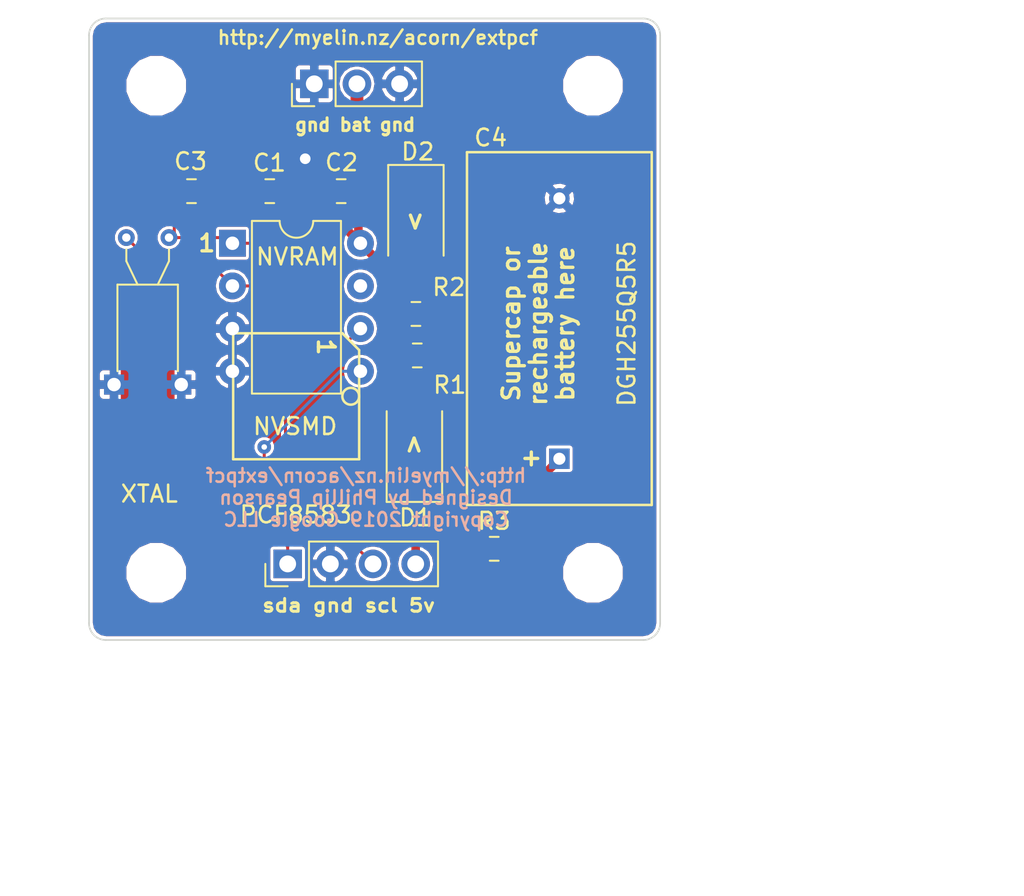
<source format=kicad_pcb>
(kicad_pcb (version 20171130) (host pcbnew "(5.0.1-3-g963ef8bb5)")

  (general
    (thickness 1.6)
    (drawings 18)
    (tracks 67)
    (zones 0)
    (modules 18)
    (nets 12)
  )

  (page A4)
  (layers
    (0 F.Cu signal)
    (31 B.Cu signal)
    (32 B.Adhes user)
    (33 F.Adhes user)
    (34 B.Paste user)
    (35 F.Paste user)
    (36 B.SilkS user)
    (37 F.SilkS user)
    (38 B.Mask user)
    (39 F.Mask user)
    (40 Dwgs.User user)
    (41 Cmts.User user)
    (42 Eco1.User user)
    (43 Eco2.User user)
    (44 Edge.Cuts user)
    (45 Margin user)
    (46 B.CrtYd user)
    (47 F.CrtYd user)
    (48 B.Fab user hide)
    (49 F.Fab user hide)
  )

  (setup
    (last_trace_width 0.1778)
    (user_trace_width 0.254)
    (user_trace_width 0.508)
    (user_trace_width 0.762)
    (user_trace_width 1.016)
    (user_trace_width 1.27)
    (trace_clearance 0.1778)
    (zone_clearance 0.1778)
    (zone_45_only no)
    (trace_min 0.1778)
    (segment_width 0.2)
    (edge_width 0.1)
    (via_size 0.8128)
    (via_drill 0.3302)
    (via_min_size 0.8128)
    (via_min_drill 0.3302)
    (user_via 0.8128 0.3302)
    (user_via 1.016 0.635)
    (uvia_size 0.8128)
    (uvia_drill 0.3302)
    (uvias_allowed no)
    (uvia_min_size 0.8128)
    (uvia_min_drill 0.3302)
    (pcb_text_width 0.2)
    (pcb_text_size 1 1)
    (mod_edge_width 0.15)
    (mod_text_size 1 1)
    (mod_text_width 0.15)
    (pad_size 1.5 1.5)
    (pad_drill 0.6)
    (pad_to_mask_clearance 0)
    (solder_mask_min_width 0.25)
    (aux_axis_origin 0 0)
    (visible_elements FFFFFFFF)
    (pcbplotparams
      (layerselection 0x010fc_80000001)
      (usegerberextensions true)
      (usegerberattributes false)
      (usegerberadvancedattributes false)
      (creategerberjobfile false)
      (excludeedgelayer true)
      (linewidth 0.100000)
      (plotframeref false)
      (viasonmask false)
      (mode 1)
      (useauxorigin false)
      (hpglpennumber 1)
      (hpglpenspeed 20)
      (hpglpendiameter 15.000000)
      (psnegative false)
      (psa4output false)
      (plotreference true)
      (plotvalue true)
      (plotinvisibletext false)
      (padsonsilk false)
      (subtractmaskfromsilk false)
      (outputformat 1)
      (mirror false)
      (drillshape 0)
      (scaleselection 1)
      (outputdirectory "gerbers/"))
  )

  (net 0 "")
  (net 1 GND)
  (net 2 BATT)
  (net 3 NVR_POWER)
  (net 4 OSCI)
  (net 5 5V)
  (net 6 5VD_cat)
  (net 7 BATTD_cat)
  (net 8 SDA)
  (net 9 SCL)
  (net 10 OSCO)
  (net 11 supercap_P)

  (net_class Default "This is the default net class."
    (clearance 0.1778)
    (trace_width 0.1778)
    (via_dia 0.8128)
    (via_drill 0.3302)
    (uvia_dia 0.8128)
    (uvia_drill 0.3302)
    (add_net 5V)
    (add_net 5VD_cat)
    (add_net BATT)
    (add_net BATTD_cat)
    (add_net GND)
    (add_net NVR_POWER)
    (add_net OSCI)
    (add_net OSCO)
    (add_net SCL)
    (add_net SDA)
    (add_net supercap_P)
  )

  (module myelin-kicad:dgh255q5r5 (layer F.Cu) (tedit 0) (tstamp 5CA3E6A5)
    (at 173 108.46 90)
    (descr "dgh255q5r5 supercapacitor")
    (fp_text reference C4 (at 11.36 -4.09 180) (layer F.SilkS)
      (effects (font (size 1 1) (thickness 0.15)))
    )
    (fp_text value DGH255Q5R5 (at 0.29 4.01 90) (layer F.SilkS)
      (effects (font (size 1 1) (thickness 0.15)))
    )
    (fp_line (start -10.5 5.5) (end -10.5 -5.5) (layer F.SilkS) (width 0.15))
    (fp_line (start 10.5 5.5) (end -10.5 5.5) (layer F.SilkS) (width 0.15))
    (fp_line (start 10.5 5.5) (end 10.5 -5.5) (layer F.SilkS) (width 0.15))
    (fp_line (start -10.5 -5.5) (end 10.5 -5.5) (layer F.SilkS) (width 0.15))
    (pad 2 thru_hole circle (at 7.75 0 90) (size 1.22 1.22) (drill 0.72) (layers *.Cu *.Mask)
      (net 1 GND))
    (pad 1 thru_hole rect (at -7.75 0 90) (size 1.22 1.22) (drill 0.72) (layers *.Cu *.Mask)
      (net 11 supercap_P))
  )

  (module Connector_PinHeader_2.54mm:PinHeader_1x03_P2.54mm_Vertical (layer F.Cu) (tedit 5C8AEB88) (tstamp 5CC813A8)
    (at 158.41 93.89 90)
    (descr "Through hole straight pin header, 1x03, 2.54mm pitch, single row")
    (tags "Through hole pin header THT 1x03 2.54mm single row")
    (fp_text reference BATT (at 0 -2.33 90) (layer F.SilkS) hide
      (effects (font (size 1 1) (thickness 0.15)))
    )
    (fp_text value Battery (at 0 7.41 90) (layer F.Fab)
      (effects (font (size 1 1) (thickness 0.15)))
    )
    (fp_line (start -0.635 -1.27) (end 1.27 -1.27) (layer F.Fab) (width 0.1))
    (fp_line (start 1.27 -1.27) (end 1.27 6.35) (layer F.Fab) (width 0.1))
    (fp_line (start 1.27 6.35) (end -1.27 6.35) (layer F.Fab) (width 0.1))
    (fp_line (start -1.27 6.35) (end -1.27 -0.635) (layer F.Fab) (width 0.1))
    (fp_line (start -1.27 -0.635) (end -0.635 -1.27) (layer F.Fab) (width 0.1))
    (fp_line (start -1.33 6.41) (end 1.33 6.41) (layer F.SilkS) (width 0.12))
    (fp_line (start -1.33 1.27) (end -1.33 6.41) (layer F.SilkS) (width 0.12))
    (fp_line (start 1.33 1.27) (end 1.33 6.41) (layer F.SilkS) (width 0.12))
    (fp_line (start -1.33 1.27) (end 1.33 1.27) (layer F.SilkS) (width 0.12))
    (fp_line (start -1.33 0) (end -1.33 -1.33) (layer F.SilkS) (width 0.12))
    (fp_line (start -1.33 -1.33) (end 0 -1.33) (layer F.SilkS) (width 0.12))
    (fp_line (start -1.8 -1.8) (end -1.8 6.85) (layer F.CrtYd) (width 0.05))
    (fp_line (start -1.8 6.85) (end 1.8 6.85) (layer F.CrtYd) (width 0.05))
    (fp_line (start 1.8 6.85) (end 1.8 -1.8) (layer F.CrtYd) (width 0.05))
    (fp_line (start 1.8 -1.8) (end -1.8 -1.8) (layer F.CrtYd) (width 0.05))
    (fp_text user %R (at 0 2.54 180) (layer F.Fab)
      (effects (font (size 1 1) (thickness 0.15)))
    )
    (pad 1 thru_hole rect (at 0 0 90) (size 1.7 1.7) (drill 1) (layers *.Cu *.Mask)
      (net 1 GND))
    (pad 2 thru_hole oval (at 0 2.54 90) (size 1.7 1.7) (drill 1) (layers *.Cu *.Mask)
      (net 2 BATT))
    (pad 3 thru_hole oval (at 0 5.08 90) (size 1.7 1.7) (drill 1) (layers *.Cu *.Mask)
      (net 1 GND))
    (model ${KISYS3DMOD}/Connector_PinHeader_2.54mm.3dshapes/PinHeader_1x03_P2.54mm_Vertical.wrl
      (at (xyz 0 0 0))
      (scale (xyz 1 1 1))
      (rotate (xyz 0 0 0))
    )
  )

  (module Capacitor_SMD:C_0805_2012Metric_Pad1.15x1.40mm_HandSolder (layer F.Cu) (tedit 5B36C52B) (tstamp 5CC8109F)
    (at 155.76 100.28 180)
    (descr "Capacitor SMD 0805 (2012 Metric), square (rectangular) end terminal, IPC_7351 nominal with elongated pad for handsoldering. (Body size source: https://docs.google.com/spreadsheets/d/1BsfQQcO9C6DZCsRaXUlFlo91Tg2WpOkGARC1WS5S8t0/edit?usp=sharing), generated with kicad-footprint-generator")
    (tags "capacitor handsolder")
    (attr smd)
    (fp_text reference C1 (at 0.02244 1.68482) (layer F.SilkS)
      (effects (font (size 1 1) (thickness 0.15)))
    )
    (fp_text value 10u (at 0 1.65 180) (layer F.Fab)
      (effects (font (size 1 1) (thickness 0.15)))
    )
    (fp_line (start -1 0.6) (end -1 -0.6) (layer F.Fab) (width 0.1))
    (fp_line (start -1 -0.6) (end 1 -0.6) (layer F.Fab) (width 0.1))
    (fp_line (start 1 -0.6) (end 1 0.6) (layer F.Fab) (width 0.1))
    (fp_line (start 1 0.6) (end -1 0.6) (layer F.Fab) (width 0.1))
    (fp_line (start -0.261252 -0.71) (end 0.261252 -0.71) (layer F.SilkS) (width 0.12))
    (fp_line (start -0.261252 0.71) (end 0.261252 0.71) (layer F.SilkS) (width 0.12))
    (fp_line (start -1.85 0.95) (end -1.85 -0.95) (layer F.CrtYd) (width 0.05))
    (fp_line (start -1.85 -0.95) (end 1.85 -0.95) (layer F.CrtYd) (width 0.05))
    (fp_line (start 1.85 -0.95) (end 1.85 0.95) (layer F.CrtYd) (width 0.05))
    (fp_line (start 1.85 0.95) (end -1.85 0.95) (layer F.CrtYd) (width 0.05))
    (fp_text user %R (at 0 0 180) (layer F.Fab)
      (effects (font (size 0.5 0.5) (thickness 0.08)))
    )
    (pad 1 smd roundrect (at -1.025 0 180) (size 1.15 1.4) (layers F.Cu F.Paste F.Mask) (roundrect_rratio 0.217391)
      (net 1 GND))
    (pad 2 smd roundrect (at 1.025 0 180) (size 1.15 1.4) (layers F.Cu F.Paste F.Mask) (roundrect_rratio 0.217391)
      (net 3 NVR_POWER))
    (model ${KISYS3DMOD}/Capacitor_SMD.3dshapes/C_0805_2012Metric.wrl
      (at (xyz 0 0 0))
      (scale (xyz 1 1 1))
      (rotate (xyz 0 0 0))
    )
  )

  (module Capacitor_SMD:C_0805_2012Metric_Pad1.15x1.40mm_HandSolder (layer F.Cu) (tedit 5B36C52B) (tstamp 5CDDEFB3)
    (at 160.01 100.28)
    (descr "Capacitor SMD 0805 (2012 Metric), square (rectangular) end terminal, IPC_7351 nominal with elongated pad for handsoldering. (Body size source: https://docs.google.com/spreadsheets/d/1BsfQQcO9C6DZCsRaXUlFlo91Tg2WpOkGARC1WS5S8t0/edit?usp=sharing), generated with kicad-footprint-generator")
    (tags "capacitor handsolder")
    (attr smd)
    (fp_text reference C2 (at 0.0227 -1.70768) (layer F.SilkS)
      (effects (font (size 1 1) (thickness 0.15)))
    )
    (fp_text value 100n (at 0 1.65) (layer F.Fab)
      (effects (font (size 1 1) (thickness 0.15)))
    )
    (fp_text user %R (at 0 0) (layer F.Fab)
      (effects (font (size 0.5 0.5) (thickness 0.08)))
    )
    (fp_line (start 1.85 0.95) (end -1.85 0.95) (layer F.CrtYd) (width 0.05))
    (fp_line (start 1.85 -0.95) (end 1.85 0.95) (layer F.CrtYd) (width 0.05))
    (fp_line (start -1.85 -0.95) (end 1.85 -0.95) (layer F.CrtYd) (width 0.05))
    (fp_line (start -1.85 0.95) (end -1.85 -0.95) (layer F.CrtYd) (width 0.05))
    (fp_line (start -0.261252 0.71) (end 0.261252 0.71) (layer F.SilkS) (width 0.12))
    (fp_line (start -0.261252 -0.71) (end 0.261252 -0.71) (layer F.SilkS) (width 0.12))
    (fp_line (start 1 0.6) (end -1 0.6) (layer F.Fab) (width 0.1))
    (fp_line (start 1 -0.6) (end 1 0.6) (layer F.Fab) (width 0.1))
    (fp_line (start -1 -0.6) (end 1 -0.6) (layer F.Fab) (width 0.1))
    (fp_line (start -1 0.6) (end -1 -0.6) (layer F.Fab) (width 0.1))
    (pad 2 smd roundrect (at 1.025 0) (size 1.15 1.4) (layers F.Cu F.Paste F.Mask) (roundrect_rratio 0.217391)
      (net 3 NVR_POWER))
    (pad 1 smd roundrect (at -1.025 0) (size 1.15 1.4) (layers F.Cu F.Paste F.Mask) (roundrect_rratio 0.217391)
      (net 1 GND))
    (model ${KISYS3DMOD}/Capacitor_SMD.3dshapes/C_0805_2012Metric.wrl
      (at (xyz 0 0 0))
      (scale (xyz 1 1 1))
      (rotate (xyz 0 0 0))
    )
  )

  (module Diode_SMD:D_SMA (layer F.Cu) (tedit 586432E5) (tstamp 5CC816D9)
    (at 164.37 115.38 90)
    (descr "Diode SMA (DO-214AC)")
    (tags "Diode SMA (DO-214AC)")
    (attr smd)
    (fp_text reference D1 (at -4.33 0.07 180) (layer F.SilkS)
      (effects (font (size 1 1) (thickness 0.15)))
    )
    (fp_text value S1ATR (at 0 2.6 90) (layer F.Fab)
      (effects (font (size 1 1) (thickness 0.15)))
    )
    (fp_text user %R (at 0 -2.5 90) (layer F.Fab)
      (effects (font (size 1 1) (thickness 0.15)))
    )
    (fp_line (start -3.4 -1.65) (end -3.4 1.65) (layer F.SilkS) (width 0.12))
    (fp_line (start 2.3 1.5) (end -2.3 1.5) (layer F.Fab) (width 0.1))
    (fp_line (start -2.3 1.5) (end -2.3 -1.5) (layer F.Fab) (width 0.1))
    (fp_line (start 2.3 -1.5) (end 2.3 1.5) (layer F.Fab) (width 0.1))
    (fp_line (start 2.3 -1.5) (end -2.3 -1.5) (layer F.Fab) (width 0.1))
    (fp_line (start -3.5 -1.75) (end 3.5 -1.75) (layer F.CrtYd) (width 0.05))
    (fp_line (start 3.5 -1.75) (end 3.5 1.75) (layer F.CrtYd) (width 0.05))
    (fp_line (start 3.5 1.75) (end -3.5 1.75) (layer F.CrtYd) (width 0.05))
    (fp_line (start -3.5 1.75) (end -3.5 -1.75) (layer F.CrtYd) (width 0.05))
    (fp_line (start -0.64944 0.00102) (end -1.55114 0.00102) (layer F.Fab) (width 0.1))
    (fp_line (start 0.50118 0.00102) (end 1.4994 0.00102) (layer F.Fab) (width 0.1))
    (fp_line (start -0.64944 -0.79908) (end -0.64944 0.80112) (layer F.Fab) (width 0.1))
    (fp_line (start 0.50118 0.75032) (end 0.50118 -0.79908) (layer F.Fab) (width 0.1))
    (fp_line (start -0.64944 0.00102) (end 0.50118 0.75032) (layer F.Fab) (width 0.1))
    (fp_line (start -0.64944 0.00102) (end 0.50118 -0.79908) (layer F.Fab) (width 0.1))
    (fp_line (start -3.4 1.65) (end 2 1.65) (layer F.SilkS) (width 0.12))
    (fp_line (start -3.4 -1.65) (end 2 -1.65) (layer F.SilkS) (width 0.12))
    (pad 1 smd rect (at -2 0 90) (size 2.5 1.8) (layers F.Cu F.Paste F.Mask)
      (net 5 5V))
    (pad 2 smd rect (at 2 0 90) (size 2.5 1.8) (layers F.Cu F.Paste F.Mask)
      (net 6 5VD_cat))
    (model ${KISYS3DMOD}/Diode_SMD.3dshapes/D_SMA.wrl
      (at (xyz 0 0 0))
      (scale (xyz 1 1 1))
      (rotate (xyz 0 0 0))
    )
  )

  (module Diode_SMD:D_SMA (layer F.Cu) (tedit 586432E5) (tstamp 5CDDEFE3)
    (at 164.46 102.12 270)
    (descr "Diode SMA (DO-214AC)")
    (tags "Diode SMA (DO-214AC)")
    (attr smd)
    (fp_text reference D2 (at -4.19 -0.11) (layer F.SilkS)
      (effects (font (size 1 1) (thickness 0.15)))
    )
    (fp_text value S1ATR (at 0 2.6 270) (layer F.Fab)
      (effects (font (size 1 1) (thickness 0.15)))
    )
    (fp_line (start -3.4 -1.65) (end 2 -1.65) (layer F.SilkS) (width 0.12))
    (fp_line (start -3.4 1.65) (end 2 1.65) (layer F.SilkS) (width 0.12))
    (fp_line (start -0.64944 0.00102) (end 0.50118 -0.79908) (layer F.Fab) (width 0.1))
    (fp_line (start -0.64944 0.00102) (end 0.50118 0.75032) (layer F.Fab) (width 0.1))
    (fp_line (start 0.50118 0.75032) (end 0.50118 -0.79908) (layer F.Fab) (width 0.1))
    (fp_line (start -0.64944 -0.79908) (end -0.64944 0.80112) (layer F.Fab) (width 0.1))
    (fp_line (start 0.50118 0.00102) (end 1.4994 0.00102) (layer F.Fab) (width 0.1))
    (fp_line (start -0.64944 0.00102) (end -1.55114 0.00102) (layer F.Fab) (width 0.1))
    (fp_line (start -3.5 1.75) (end -3.5 -1.75) (layer F.CrtYd) (width 0.05))
    (fp_line (start 3.5 1.75) (end -3.5 1.75) (layer F.CrtYd) (width 0.05))
    (fp_line (start 3.5 -1.75) (end 3.5 1.75) (layer F.CrtYd) (width 0.05))
    (fp_line (start -3.5 -1.75) (end 3.5 -1.75) (layer F.CrtYd) (width 0.05))
    (fp_line (start 2.3 -1.5) (end -2.3 -1.5) (layer F.Fab) (width 0.1))
    (fp_line (start 2.3 -1.5) (end 2.3 1.5) (layer F.Fab) (width 0.1))
    (fp_line (start -2.3 1.5) (end -2.3 -1.5) (layer F.Fab) (width 0.1))
    (fp_line (start 2.3 1.5) (end -2.3 1.5) (layer F.Fab) (width 0.1))
    (fp_line (start -3.4 -1.65) (end -3.4 1.65) (layer F.SilkS) (width 0.12))
    (fp_text user %R (at 0 -2.5 270) (layer F.Fab)
      (effects (font (size 1 1) (thickness 0.15)))
    )
    (pad 2 smd rect (at 2 0 270) (size 2.5 1.8) (layers F.Cu F.Paste F.Mask)
      (net 7 BATTD_cat))
    (pad 1 smd rect (at -2 0 270) (size 2.5 1.8) (layers F.Cu F.Paste F.Mask)
      (net 2 BATT))
    (model ${KISYS3DMOD}/Diode_SMD.3dshapes/D_SMA.wrl
      (at (xyz 0 0 0))
      (scale (xyz 1 1 1))
      (rotate (xyz 0 0 0))
    )
  )

  (module Connector_PinHeader_2.54mm:PinHeader_1x04_P2.54mm_Vertical (layer F.Cu) (tedit 5C8AEB3E) (tstamp 5CA3E90D)
    (at 156.82548 122.46996 90)
    (descr "Through hole straight pin header, 1x04, 2.54mm pitch, single row")
    (tags "Through hole pin header THT 1x04 2.54mm single row")
    (fp_text reference HDR (at 0 -2.33 90) (layer F.SilkS) hide
      (effects (font (size 1 1) (thickness 0.15)))
    )
    (fp_text value Ext (at 0 9.95 90) (layer F.Fab)
      (effects (font (size 1 1) (thickness 0.15)))
    )
    (fp_line (start -0.635 -1.27) (end 1.27 -1.27) (layer F.Fab) (width 0.1))
    (fp_line (start 1.27 -1.27) (end 1.27 8.89) (layer F.Fab) (width 0.1))
    (fp_line (start 1.27 8.89) (end -1.27 8.89) (layer F.Fab) (width 0.1))
    (fp_line (start -1.27 8.89) (end -1.27 -0.635) (layer F.Fab) (width 0.1))
    (fp_line (start -1.27 -0.635) (end -0.635 -1.27) (layer F.Fab) (width 0.1))
    (fp_line (start -1.33 8.95) (end 1.33 8.95) (layer F.SilkS) (width 0.12))
    (fp_line (start -1.33 1.27) (end -1.33 8.95) (layer F.SilkS) (width 0.12))
    (fp_line (start 1.33 1.27) (end 1.33 8.95) (layer F.SilkS) (width 0.12))
    (fp_line (start -1.33 1.27) (end 1.33 1.27) (layer F.SilkS) (width 0.12))
    (fp_line (start -1.33 0) (end -1.33 -1.33) (layer F.SilkS) (width 0.12))
    (fp_line (start -1.33 -1.33) (end 0 -1.33) (layer F.SilkS) (width 0.12))
    (fp_line (start -1.8 -1.8) (end -1.8 9.4) (layer F.CrtYd) (width 0.05))
    (fp_line (start -1.8 9.4) (end 1.8 9.4) (layer F.CrtYd) (width 0.05))
    (fp_line (start 1.8 9.4) (end 1.8 -1.8) (layer F.CrtYd) (width 0.05))
    (fp_line (start 1.8 -1.8) (end -1.8 -1.8) (layer F.CrtYd) (width 0.05))
    (fp_text user %R (at 0 3.81 180) (layer F.Fab)
      (effects (font (size 1 1) (thickness 0.15)))
    )
    (pad 1 thru_hole rect (at 0 0 90) (size 1.7 1.7) (drill 1) (layers *.Cu *.Mask)
      (net 8 SDA))
    (pad 2 thru_hole oval (at 0 2.54 90) (size 1.7 1.7) (drill 1) (layers *.Cu *.Mask)
      (net 1 GND))
    (pad 3 thru_hole oval (at 0 5.08 90) (size 1.7 1.7) (drill 1) (layers *.Cu *.Mask)
      (net 9 SCL))
    (pad 4 thru_hole oval (at 0 7.62 90) (size 1.7 1.7) (drill 1) (layers *.Cu *.Mask)
      (net 5 5V))
    (model ${KISYS3DMOD}/Connector_PinHeader_2.54mm.3dshapes/PinHeader_1x04_P2.54mm_Vertical.wrl
      (at (xyz 0 0 0))
      (scale (xyz 1 1 1))
      (rotate (xyz 0 0 0))
    )
  )

  (module Package_DIP:DIP-8_W7.62mm (layer F.Cu) (tedit 5A02E8C5) (tstamp 5CC81557)
    (at 153.53748 103.3819)
    (descr "8-lead though-hole mounted DIP package, row spacing 7.62 mm (300 mils)")
    (tags "THT DIP DIL PDIP 2.54mm 7.62mm 300mil")
    (fp_text reference NVRAM (at 3.86252 0.7981 180) (layer F.SilkS)
      (effects (font (size 1 1) (thickness 0.15)))
    )
    (fp_text value PCF8583 (at 3.81 9.95) (layer F.Fab)
      (effects (font (size 1 1) (thickness 0.15)))
    )
    (fp_arc (start 3.81 -1.33) (end 2.81 -1.33) (angle -180) (layer F.SilkS) (width 0.12))
    (fp_line (start 1.635 -1.27) (end 6.985 -1.27) (layer F.Fab) (width 0.1))
    (fp_line (start 6.985 -1.27) (end 6.985 8.89) (layer F.Fab) (width 0.1))
    (fp_line (start 6.985 8.89) (end 0.635 8.89) (layer F.Fab) (width 0.1))
    (fp_line (start 0.635 8.89) (end 0.635 -0.27) (layer F.Fab) (width 0.1))
    (fp_line (start 0.635 -0.27) (end 1.635 -1.27) (layer F.Fab) (width 0.1))
    (fp_line (start 2.81 -1.33) (end 1.16 -1.33) (layer F.SilkS) (width 0.12))
    (fp_line (start 1.16 -1.33) (end 1.16 8.95) (layer F.SilkS) (width 0.12))
    (fp_line (start 1.16 8.95) (end 6.46 8.95) (layer F.SilkS) (width 0.12))
    (fp_line (start 6.46 8.95) (end 6.46 -1.33) (layer F.SilkS) (width 0.12))
    (fp_line (start 6.46 -1.33) (end 4.81 -1.33) (layer F.SilkS) (width 0.12))
    (fp_line (start -1.1 -1.55) (end -1.1 9.15) (layer F.CrtYd) (width 0.05))
    (fp_line (start -1.1 9.15) (end 8.7 9.15) (layer F.CrtYd) (width 0.05))
    (fp_line (start 8.7 9.15) (end 8.7 -1.55) (layer F.CrtYd) (width 0.05))
    (fp_line (start 8.7 -1.55) (end -1.1 -1.55) (layer F.CrtYd) (width 0.05))
    (fp_text user %R (at 3.81 3.81) (layer F.Fab)
      (effects (font (size 1 1) (thickness 0.15)))
    )
    (pad 1 thru_hole rect (at 0 0) (size 1.6 1.6) (drill 0.8) (layers *.Cu *.Mask)
      (net 4 OSCI))
    (pad 5 thru_hole oval (at 7.62 7.62) (size 1.6 1.6) (drill 0.8) (layers *.Cu *.Mask)
      (net 8 SDA))
    (pad 2 thru_hole oval (at 0 2.54) (size 1.6 1.6) (drill 0.8) (layers *.Cu *.Mask)
      (net 10 OSCO))
    (pad 6 thru_hole oval (at 7.62 5.08) (size 1.6 1.6) (drill 0.8) (layers *.Cu *.Mask)
      (net 9 SCL))
    (pad 3 thru_hole oval (at 0 5.08) (size 1.6 1.6) (drill 0.8) (layers *.Cu *.Mask)
      (net 1 GND))
    (pad 7 thru_hole oval (at 7.62 2.54) (size 1.6 1.6) (drill 0.8) (layers *.Cu *.Mask))
    (pad 4 thru_hole oval (at 0 7.62) (size 1.6 1.6) (drill 0.8) (layers *.Cu *.Mask)
      (net 1 GND))
    (pad 8 thru_hole oval (at 7.62 0) (size 1.6 1.6) (drill 0.8) (layers *.Cu *.Mask)
      (net 3 NVR_POWER))
    (model ${KISYS3DMOD}/Package_DIP.3dshapes/DIP-8_W7.62mm.wrl
      (at (xyz 0 0 0))
      (scale (xyz 1 1 1))
      (rotate (xyz 0 0 0))
    )
  )

  (module Resistor_SMD:R_0805_2012Metric_Pad1.15x1.40mm_HandSolder (layer F.Cu) (tedit 5B36C52B) (tstamp 5CBD57B0)
    (at 164.54 110.06 180)
    (descr "Resistor SMD 0805 (2012 Metric), square (rectangular) end terminal, IPC_7351 nominal with elongated pad for handsoldering. (Body size source: https://docs.google.com/spreadsheets/d/1BsfQQcO9C6DZCsRaXUlFlo91Tg2WpOkGARC1WS5S8t0/edit?usp=sharing), generated with kicad-footprint-generator")
    (tags "resistor handsolder")
    (attr smd)
    (fp_text reference R1 (at -1.93 -1.76) (layer F.SilkS)
      (effects (font (size 1 1) (thickness 0.15)))
    )
    (fp_text value 47R (at 0 1.65 180) (layer F.Fab)
      (effects (font (size 1 1) (thickness 0.15)))
    )
    (fp_line (start -1 0.6) (end -1 -0.6) (layer F.Fab) (width 0.1))
    (fp_line (start -1 -0.6) (end 1 -0.6) (layer F.Fab) (width 0.1))
    (fp_line (start 1 -0.6) (end 1 0.6) (layer F.Fab) (width 0.1))
    (fp_line (start 1 0.6) (end -1 0.6) (layer F.Fab) (width 0.1))
    (fp_line (start -0.261252 -0.71) (end 0.261252 -0.71) (layer F.SilkS) (width 0.12))
    (fp_line (start -0.261252 0.71) (end 0.261252 0.71) (layer F.SilkS) (width 0.12))
    (fp_line (start -1.85 0.95) (end -1.85 -0.95) (layer F.CrtYd) (width 0.05))
    (fp_line (start -1.85 -0.95) (end 1.85 -0.95) (layer F.CrtYd) (width 0.05))
    (fp_line (start 1.85 -0.95) (end 1.85 0.95) (layer F.CrtYd) (width 0.05))
    (fp_line (start 1.85 0.95) (end -1.85 0.95) (layer F.CrtYd) (width 0.05))
    (fp_text user %R (at 0 0 180) (layer F.Fab)
      (effects (font (size 0.5 0.5) (thickness 0.08)))
    )
    (pad 1 smd roundrect (at -1.025 0 180) (size 1.15 1.4) (layers F.Cu F.Paste F.Mask) (roundrect_rratio 0.217391)
      (net 6 5VD_cat))
    (pad 2 smd roundrect (at 1.025 0 180) (size 1.15 1.4) (layers F.Cu F.Paste F.Mask) (roundrect_rratio 0.217391)
      (net 3 NVR_POWER))
    (model ${KISYS3DMOD}/Resistor_SMD.3dshapes/R_0805_2012Metric.wrl
      (at (xyz 0 0 0))
      (scale (xyz 1 1 1))
      (rotate (xyz 0 0 0))
    )
  )

  (module Resistor_SMD:R_0805_2012Metric_Pad1.15x1.40mm_HandSolder (layer F.Cu) (tedit 5B36C52B) (tstamp 5CC8145F)
    (at 164.46 107.59 180)
    (descr "Resistor SMD 0805 (2012 Metric), square (rectangular) end terminal, IPC_7351 nominal with elongated pad for handsoldering. (Body size source: https://docs.google.com/spreadsheets/d/1BsfQQcO9C6DZCsRaXUlFlo91Tg2WpOkGARC1WS5S8t0/edit?usp=sharing), generated with kicad-footprint-generator")
    (tags "resistor handsolder")
    (attr smd)
    (fp_text reference R2 (at -1.96 1.59) (layer F.SilkS)
      (effects (font (size 1 1) (thickness 0.15)))
    )
    (fp_text value 47R (at 0 1.65 180) (layer F.Fab)
      (effects (font (size 1 1) (thickness 0.15)))
    )
    (fp_text user %R (at 0 0 180) (layer F.Fab)
      (effects (font (size 0.5 0.5) (thickness 0.08)))
    )
    (fp_line (start 1.85 0.95) (end -1.85 0.95) (layer F.CrtYd) (width 0.05))
    (fp_line (start 1.85 -0.95) (end 1.85 0.95) (layer F.CrtYd) (width 0.05))
    (fp_line (start -1.85 -0.95) (end 1.85 -0.95) (layer F.CrtYd) (width 0.05))
    (fp_line (start -1.85 0.95) (end -1.85 -0.95) (layer F.CrtYd) (width 0.05))
    (fp_line (start -0.261252 0.71) (end 0.261252 0.71) (layer F.SilkS) (width 0.12))
    (fp_line (start -0.261252 -0.71) (end 0.261252 -0.71) (layer F.SilkS) (width 0.12))
    (fp_line (start 1 0.6) (end -1 0.6) (layer F.Fab) (width 0.1))
    (fp_line (start 1 -0.6) (end 1 0.6) (layer F.Fab) (width 0.1))
    (fp_line (start -1 -0.6) (end 1 -0.6) (layer F.Fab) (width 0.1))
    (fp_line (start -1 0.6) (end -1 -0.6) (layer F.Fab) (width 0.1))
    (pad 2 smd roundrect (at 1.025 0 180) (size 1.15 1.4) (layers F.Cu F.Paste F.Mask) (roundrect_rratio 0.217391)
      (net 3 NVR_POWER))
    (pad 1 smd roundrect (at -1.025 0 180) (size 1.15 1.4) (layers F.Cu F.Paste F.Mask) (roundrect_rratio 0.217391)
      (net 7 BATTD_cat))
    (model ${KISYS3DMOD}/Resistor_SMD.3dshapes/R_0805_2012Metric.wrl
      (at (xyz 0 0 0))
      (scale (xyz 1 1 1))
      (rotate (xyz 0 0 0))
    )
  )

  (module Crystal:Crystal_AT310_D3.0mm_L10.0mm_Horizontal_1EP_style2 (layer F.Cu) (tedit 5A0FD1B2) (tstamp 5CDDFBBC)
    (at 147.2205 103.04408)
    (descr "Crystal THT AT310 10.0mm-10.5mm length 3.0mm diameter")
    (tags ['AT310'])
    (fp_text reference XTAL (at 1.3695 15.25592 180) (layer F.SilkS)
      (effects (font (size 1 1) (thickness 0.15)))
    )
    (fp_text value 32.768kHz (at 4.39 3 90) (layer F.Fab)
      (effects (font (size 1 1) (thickness 0.15)))
    )
    (fp_text user %R (at 1.5 5.75 90) (layer F.Fab)
      (effects (font (size 1 1) (thickness 0.15)))
    )
    (fp_line (start -0.23 3) (end -0.23 13.5) (layer F.Fab) (width 0.1))
    (fp_line (start -0.23 13.5) (end 2.77 13.5) (layer F.Fab) (width 0.1))
    (fp_line (start 2.77 13.5) (end 2.77 3) (layer F.Fab) (width 0.1))
    (fp_line (start 2.77 3) (end -0.23 3) (layer F.Fab) (width 0.1))
    (fp_line (start 0.67 3) (end 0 1.5) (layer F.Fab) (width 0.1))
    (fp_line (start 0 1.5) (end 0 0) (layer F.Fab) (width 0.1))
    (fp_line (start 1.87 3) (end 2.54 1.5) (layer F.Fab) (width 0.1))
    (fp_line (start 2.54 1.5) (end 2.54 0) (layer F.Fab) (width 0.1))
    (fp_line (start -0.73 8.75) (end 3.27 8.75) (layer F.Fab) (width 0.1))
    (fp_line (start -0.53 7.95) (end -0.53 2.8) (layer F.SilkS) (width 0.12))
    (fp_line (start -0.53 2.8) (end 3.07 2.8) (layer F.SilkS) (width 0.12))
    (fp_line (start 3.07 2.8) (end 3.07 7.95) (layer F.SilkS) (width 0.12))
    (fp_line (start 0.67 2.8) (end 0 1.4) (layer F.SilkS) (width 0.12))
    (fp_line (start 0 1.4) (end 0 0.7) (layer F.SilkS) (width 0.12))
    (fp_line (start 1.87 2.8) (end 2.54 1.4) (layer F.SilkS) (width 0.12))
    (fp_line (start 2.54 1.4) (end 2.54 0.7) (layer F.SilkS) (width 0.12))
    (fp_line (start -1.6 -0.8) (end -1.6 14.3) (layer F.CrtYd) (width 0.05))
    (fp_line (start -1.6 14.3) (end 4.2 14.3) (layer F.CrtYd) (width 0.05))
    (fp_line (start 4.2 14.3) (end 4.2 -0.8) (layer F.CrtYd) (width 0.05))
    (fp_line (start 4.2 -0.8) (end -1.6 -0.8) (layer F.CrtYd) (width 0.05))
    (pad 1 thru_hole circle (at 0 0) (size 1 1) (drill 0.5) (layers *.Cu *.Mask)
      (net 10 OSCO))
    (pad 2 thru_hole circle (at 2.54 0) (size 1 1) (drill 0.5) (layers *.Cu *.Mask)
      (net 4 OSCI))
    (pad 3 smd rect (at 1.27 8.75) (size 3.2 10.5) (layers F.Cu F.Paste F.Mask)
      (net 1 GND))
    (pad 3 thru_hole rect (at -0.73 8.75) (size 1.2 1.2) (drill 0.8) (layers *.Cu *.Mask)
      (net 1 GND))
    (pad 3 thru_hole rect (at 3.27 8.75) (size 1.2 1.2) (drill 0.8) (layers *.Cu *.Mask)
      (net 1 GND))
    (model ${KISYS3DMOD}/Crystal.3dshapes/Crystal_AT310_D3.0mm_L10.0mm_Horizontal_1EP_style2.wrl
      (at (xyz 0 0 0))
      (scale (xyz 1 1 1))
      (rotate (xyz 0 0 0))
    )
  )

  (module Capacitor_SMD:C_0805_2012Metric_Pad1.15x1.40mm_HandSolder (layer F.Cu) (tedit 5B36C52B) (tstamp 5CDE0165)
    (at 151.1 100.28)
    (descr "Capacitor SMD 0805 (2012 Metric), square (rectangular) end terminal, IPC_7351 nominal with elongated pad for handsoldering. (Body size source: https://docs.google.com/spreadsheets/d/1BsfQQcO9C6DZCsRaXUlFlo91Tg2WpOkGARC1WS5S8t0/edit?usp=sharing), generated with kicad-footprint-generator")
    (tags "capacitor handsolder")
    (attr smd)
    (fp_text reference C3 (at -0.05636 -1.77372) (layer F.SilkS)
      (effects (font (size 1 1) (thickness 0.15)))
    )
    (fp_text value 15p (at 0 1.65) (layer F.Fab)
      (effects (font (size 1 1) (thickness 0.15)))
    )
    (fp_line (start -1 0.6) (end -1 -0.6) (layer F.Fab) (width 0.1))
    (fp_line (start -1 -0.6) (end 1 -0.6) (layer F.Fab) (width 0.1))
    (fp_line (start 1 -0.6) (end 1 0.6) (layer F.Fab) (width 0.1))
    (fp_line (start 1 0.6) (end -1 0.6) (layer F.Fab) (width 0.1))
    (fp_line (start -0.261252 -0.71) (end 0.261252 -0.71) (layer F.SilkS) (width 0.12))
    (fp_line (start -0.261252 0.71) (end 0.261252 0.71) (layer F.SilkS) (width 0.12))
    (fp_line (start -1.85 0.95) (end -1.85 -0.95) (layer F.CrtYd) (width 0.05))
    (fp_line (start -1.85 -0.95) (end 1.85 -0.95) (layer F.CrtYd) (width 0.05))
    (fp_line (start 1.85 -0.95) (end 1.85 0.95) (layer F.CrtYd) (width 0.05))
    (fp_line (start 1.85 0.95) (end -1.85 0.95) (layer F.CrtYd) (width 0.05))
    (fp_text user %R (at 0 0) (layer F.Fab)
      (effects (font (size 0.5 0.5) (thickness 0.08)))
    )
    (pad 1 smd roundrect (at -1.025 0) (size 1.15 1.4) (layers F.Cu F.Paste F.Mask) (roundrect_rratio 0.217391)
      (net 4 OSCI))
    (pad 2 smd roundrect (at 1.025 0) (size 1.15 1.4) (layers F.Cu F.Paste F.Mask) (roundrect_rratio 0.217391)
      (net 3 NVR_POWER))
    (model ${KISYS3DMOD}/Capacitor_SMD.3dshapes/C_0805_2012Metric.wrl
      (at (xyz 0 0 0))
      (scale (xyz 1 1 1))
      (rotate (xyz 0 0 0))
    )
  )

  (module Resistor_SMD:R_0805_2012Metric_Pad1.15x1.40mm_HandSolder (layer F.Cu) (tedit 5B36C52B) (tstamp 5CC80EEC)
    (at 169.12 121.57)
    (descr "Resistor SMD 0805 (2012 Metric), square (rectangular) end terminal, IPC_7351 nominal with elongated pad for handsoldering. (Body size source: https://docs.google.com/spreadsheets/d/1BsfQQcO9C6DZCsRaXUlFlo91Tg2WpOkGARC1WS5S8t0/edit?usp=sharing), generated with kicad-footprint-generator")
    (tags "resistor handsolder")
    (attr smd)
    (fp_text reference R3 (at 0 -1.65) (layer F.SilkS)
      (effects (font (size 1 1) (thickness 0.15)))
    )
    (fp_text value 180R (at 0 1.65) (layer F.Fab)
      (effects (font (size 1 1) (thickness 0.15)))
    )
    (fp_line (start -1 0.6) (end -1 -0.6) (layer F.Fab) (width 0.1))
    (fp_line (start -1 -0.6) (end 1 -0.6) (layer F.Fab) (width 0.1))
    (fp_line (start 1 -0.6) (end 1 0.6) (layer F.Fab) (width 0.1))
    (fp_line (start 1 0.6) (end -1 0.6) (layer F.Fab) (width 0.1))
    (fp_line (start -0.261252 -0.71) (end 0.261252 -0.71) (layer F.SilkS) (width 0.12))
    (fp_line (start -0.261252 0.71) (end 0.261252 0.71) (layer F.SilkS) (width 0.12))
    (fp_line (start -1.85 0.95) (end -1.85 -0.95) (layer F.CrtYd) (width 0.05))
    (fp_line (start -1.85 -0.95) (end 1.85 -0.95) (layer F.CrtYd) (width 0.05))
    (fp_line (start 1.85 -0.95) (end 1.85 0.95) (layer F.CrtYd) (width 0.05))
    (fp_line (start 1.85 0.95) (end -1.85 0.95) (layer F.CrtYd) (width 0.05))
    (fp_text user %R (at 0 0) (layer F.Fab)
      (effects (font (size 0.5 0.5) (thickness 0.08)))
    )
    (pad 1 smd roundrect (at -1.025 0) (size 1.15 1.4) (layers F.Cu F.Paste F.Mask) (roundrect_rratio 0.217391)
      (net 6 5VD_cat))
    (pad 2 smd roundrect (at 1.025 0) (size 1.15 1.4) (layers F.Cu F.Paste F.Mask) (roundrect_rratio 0.217391)
      (net 11 supercap_P))
    (model ${KISYS3DMOD}/Resistor_SMD.3dshapes/R_0805_2012Metric.wrl
      (at (xyz 0 0 0))
      (scale (xyz 1 1 1))
      (rotate (xyz 0 0 0))
    )
  )

  (module MountingHole:MountingHole_3.2mm_M3 (layer F.Cu) (tedit 5CA3DC6A) (tstamp 5CA3E22F)
    (at 149 94)
    (descr "Mounting Hole 3.2mm, no annular, M3")
    (tags "mounting hole 3.2mm no annular m3")
    (attr virtual)
    (fp_text reference REF** (at 0 -4.2) (layer F.SilkS) hide
      (effects (font (size 1 1) (thickness 0.15)))
    )
    (fp_text value MountingHole_3.2mm_M3 (at 0 4.2) (layer F.Fab)
      (effects (font (size 1 1) (thickness 0.15)))
    )
    (fp_circle (center 0 0) (end 3.45 0) (layer F.CrtYd) (width 0.05))
    (fp_circle (center 0 0) (end 3.2 0) (layer Cmts.User) (width 0.15))
    (fp_text user %R (at 0.3 0) (layer F.Fab)
      (effects (font (size 1 1) (thickness 0.15)))
    )
    (pad 1 np_thru_hole circle (at 0 0) (size 3.2 3.2) (drill 3.2) (layers *.Cu *.Mask))
  )

  (module MountingHole:MountingHole_3.2mm_M3 (layer F.Cu) (tedit 5CA3DC6D) (tstamp 5CA3E623)
    (at 175 94)
    (descr "Mounting Hole 3.2mm, no annular, M3")
    (tags "mounting hole 3.2mm no annular m3")
    (attr virtual)
    (fp_text reference REF** (at 0 -4.2) (layer F.SilkS) hide
      (effects (font (size 1 1) (thickness 0.15)))
    )
    (fp_text value MountingHole_3.2mm_M3 (at 0 4.2) (layer F.Fab)
      (effects (font (size 1 1) (thickness 0.15)))
    )
    (fp_circle (center 0 0) (end 3.45 0) (layer F.CrtYd) (width 0.05))
    (fp_circle (center 0 0) (end 3.2 0) (layer Cmts.User) (width 0.15))
    (fp_text user %R (at 0.3 0) (layer F.Fab)
      (effects (font (size 1 1) (thickness 0.15)))
    )
    (pad 1 np_thru_hole circle (at 0 0) (size 3.2 3.2) (drill 3.2) (layers *.Cu *.Mask))
  )

  (module MountingHole:MountingHole_3.2mm_M3 (layer F.Cu) (tedit 5CA3DC70) (tstamp 5CA3E6D8)
    (at 175 123)
    (descr "Mounting Hole 3.2mm, no annular, M3")
    (tags "mounting hole 3.2mm no annular m3")
    (attr virtual)
    (fp_text reference REF** (at 0 -4.2) (layer F.SilkS) hide
      (effects (font (size 1 1) (thickness 0.15)))
    )
    (fp_text value MountingHole_3.2mm_M3 (at 0 4.2) (layer F.Fab)
      (effects (font (size 1 1) (thickness 0.15)))
    )
    (fp_circle (center 0 0) (end 3.45 0) (layer F.CrtYd) (width 0.05))
    (fp_circle (center 0 0) (end 3.2 0) (layer Cmts.User) (width 0.15))
    (fp_text user %R (at 0.3 0) (layer F.Fab)
      (effects (font (size 1 1) (thickness 0.15)))
    )
    (pad 1 np_thru_hole circle (at 0 0) (size 3.2 3.2) (drill 3.2) (layers *.Cu *.Mask))
  )

  (module MountingHole:MountingHole_3.2mm_M3 (layer F.Cu) (tedit 5CA3DC67) (tstamp 5CA3E6E7)
    (at 149 123)
    (descr "Mounting Hole 3.2mm, no annular, M3")
    (tags "mounting hole 3.2mm no annular m3")
    (attr virtual)
    (fp_text reference REF** (at 0 -4.2) (layer F.SilkS) hide
      (effects (font (size 1 1) (thickness 0.15)))
    )
    (fp_text value MountingHole_3.2mm_M3 (at 0 4.2) (layer F.Fab)
      (effects (font (size 1 1) (thickness 0.15)))
    )
    (fp_circle (center 0 0) (end 3.45 0) (layer F.CrtYd) (width 0.05))
    (fp_circle (center 0 0) (end 3.2 0) (layer Cmts.User) (width 0.15))
    (fp_text user %R (at 0.3 0) (layer F.Fab)
      (effects (font (size 1 1) (thickness 0.15)))
    )
    (pad 1 np_thru_hole circle (at 0 0) (size 3.2 3.2) (drill 3.2) (layers *.Cu *.Mask))
  )

  (module myelin-kicad:so8_pcf8583t_7.5x7.5mm (layer F.Cu) (tedit 0) (tstamp 5CC80CFA)
    (at 157.33 112.49 270)
    (descr "7.5mm x 7.5mm SO8 for PCF8583T")
    (fp_text reference NVSMD (at 1.79 0.06) (layer F.SilkS)
      (effects (font (size 1 1) (thickness 0.15)))
    )
    (fp_text value PCF8583 (at 7.05 0.02) (layer F.SilkS)
      (effects (font (size 1 1) (thickness 0.15)))
    )
    (fp_line (start -3.75 -2.75) (end -3.75 3.75) (layer F.SilkS) (width 0.15))
    (fp_line (start -3.75 3.75) (end 3.75 3.75) (layer F.SilkS) (width 0.15))
    (fp_line (start 3.75 3.75) (end 3.75 -3.75) (layer F.SilkS) (width 0.15))
    (fp_line (start 3.75 -3.75) (end -2.75 -3.75) (layer F.SilkS) (width 0.15))
    (fp_line (start -2.75 -3.75) (end -3.75 -2.75) (layer F.SilkS) (width 0.15))
    (fp_circle (center 0 -3.25) (end 0 -2.75) (layer F.SilkS) (width 0.15))
    (pad 1 smd rect (at -4.7875 -1.905 270) (size 2.075 0.7) (layers F.Cu F.Paste F.Mask)
      (net 4 OSCI))
    (pad 5 smd rect (at 4.7875 1.905 270) (size 2.075 0.7) (layers F.Cu F.Paste F.Mask)
      (net 8 SDA))
    (pad 2 smd rect (at -4.7875 -0.635 270) (size 2.075 0.7) (layers F.Cu F.Paste F.Mask)
      (net 10 OSCO))
    (pad 6 smd rect (at 4.7875 0.635 270) (size 2.075 0.7) (layers F.Cu F.Paste F.Mask)
      (net 9 SCL))
    (pad 3 smd rect (at -4.7875 0.635 270) (size 2.075 0.7) (layers F.Cu F.Paste F.Mask)
      (net 1 GND))
    (pad 7 smd rect (at 4.7875 -0.635 270) (size 2.075 0.7) (layers F.Cu F.Paste F.Mask))
    (pad 4 smd rect (at -4.7875 1.905 270) (size 2.075 0.7) (layers F.Cu F.Paste F.Mask)
      (net 1 GND))
    (pad 8 smd rect (at 4.7875 -1.905 270) (size 2.075 0.7) (layers F.Cu F.Paste F.Mask)
      (net 3 NVR_POWER))
  )

  (gr_text 1 (at 152.01 103.38) (layer F.SilkS)
    (effects (font (size 1 1) (thickness 0.2)))
  )
  (gr_text 1 (at 159.11 109.55 270) (layer F.SilkS)
    (effects (font (size 1 1) (thickness 0.2)))
  )
  (gr_text > (at 164.49 102.09 270) (layer F.SilkS)
    (effects (font (size 1 1) (thickness 0.2)))
  )
  (gr_text > (at 164.28 115.36 90) (layer F.SilkS)
    (effects (font (size 1 1) (thickness 0.2)))
  )
  (gr_text "Supercap or\nrechargeable\nbattery here" (at 171.74 108.17 90) (layer F.SilkS)
    (effects (font (size 1 1) (thickness 0.2)))
  )
  (gr_text + (at 171.33 116.12) (layer F.SilkS)
    (effects (font (size 1 1) (thickness 0.2)))
  )
  (gr_text http://myelin.nz/acorn/extpcf (at 162.19 91.14) (layer F.SilkS) (tstamp 5CBE4D04)
    (effects (font (size 0.8128 0.8128) (thickness 0.1524)))
  )
  (gr_arc (start 178 126) (end 178 127) (angle -90) (layer Edge.Cuts) (width 0.1))
  (gr_arc (start 146 126) (end 145 126) (angle -90) (layer Edge.Cuts) (width 0.1))
  (gr_arc (start 146 91) (end 146 90) (angle -90) (layer Edge.Cuts) (width 0.1))
  (gr_arc (start 178 91) (end 179 91) (angle -90) (layer Edge.Cuts) (width 0.1))
  (gr_line (start 178 127) (end 146 127) (layer Edge.Cuts) (width 0.1))
  (gr_line (start 179 91) (end 179 126) (layer Edge.Cuts) (width 0.1))
  (gr_line (start 145 91) (end 145 126) (layer Edge.Cuts) (width 0.1))
  (gr_line (start 178 90) (end 146 90) (layer Edge.Cuts) (width 0.1))
  (gr_text "http://myelin.nz/acorn/extpcf\nDesigned by Phillip Pearson\nCopyright 2019 Google LLC" (at 161.49 118.52) (layer B.SilkS)
    (effects (font (size 0.8128 0.8128) (thickness 0.1524)) (justify mirror))
  )
  (gr_text "gnd bat gnd" (at 160.84 96.33) (layer F.SilkS)
    (effects (font (size 0.762 0.762) (thickness 0.1778)))
  )
  (gr_text "sda gnd scl 5v" (at 160.45514 124.94646) (layer F.SilkS)
    (effects (font (size 0.762 0.889) (thickness 0.1778)))
  )

  (segment (start 146.4905 111.79408) (end 148.4905 111.79408) (width 0.508) (layer F.Cu) (net 1))
  (segment (start 150.4905 111.79408) (end 148.4905 111.79408) (width 0.508) (layer F.Cu) (net 1))
  (via (at 157.87 98.35) (size 1.016) (drill 0.635) (layers F.Cu B.Cu) (net 1))
  (segment (start 156.785 99.435) (end 157.87 98.35) (width 0.1778) (layer F.Cu) (net 1))
  (segment (start 156.785 100.28) (end 156.785 99.435) (width 0.1778) (layer F.Cu) (net 1))
  (segment (start 160.95 95) (end 160.95 93.89) (width 0.762) (layer F.Cu) (net 2))
  (segment (start 164.46 98.51) (end 160.95 95) (width 0.762) (layer F.Cu) (net 2))
  (segment (start 164.46 100.12) (end 164.46 98.51) (width 0.762) (layer F.Cu) (net 2))
  (segment (start 161.035 103.25942) (end 161.15748 103.3819) (width 0.508) (layer F.Cu) (net 3))
  (segment (start 161.035 100.28) (end 161.035 103.25942) (width 0.508) (layer F.Cu) (net 3))
  (segment (start 152.125 100.28) (end 154.735 100.28) (width 0.508) (layer F.Cu) (net 3))
  (segment (start 163.435 109.98) (end 163.515 110.06) (width 0.508) (layer F.Cu) (net 3))
  (segment (start 163.435 107.59) (end 163.435 109.98) (width 0.508) (layer F.Cu) (net 3))
  (segment (start 162.53 106.685) (end 162.811628 106.966628) (width 0.508) (layer F.Cu) (net 3))
  (segment (start 162.53 104.75442) (end 162.53 106.685) (width 0.508) (layer F.Cu) (net 3))
  (segment (start 162.811628 106.966628) (end 163.435 107.59) (width 0.508) (layer F.Cu) (net 3))
  (segment (start 161.15748 103.3819) (end 162.53 104.75442) (width 0.508) (layer F.Cu) (net 3))
  (segment (start 159.235 115.732) (end 159.235 117.2775) (width 0.508) (layer F.Cu) (net 3))
  (segment (start 162.52 112.447) (end 159.235 115.732) (width 0.508) (layer F.Cu) (net 3))
  (segment (start 162.52 111.055) (end 162.52 112.447) (width 0.508) (layer F.Cu) (net 3))
  (segment (start 163.515 110.06) (end 162.52 111.055) (width 0.508) (layer F.Cu) (net 3))
  (segment (start 156.21 102.16) (end 159.93558 102.16) (width 0.508) (layer F.Cu) (net 3))
  (segment (start 159.93558 102.16) (end 161.15748 103.3819) (width 0.508) (layer F.Cu) (net 3))
  (segment (start 154.735 100.685) (end 156.21 102.16) (width 0.508) (layer F.Cu) (net 3))
  (segment (start 154.735 100.28) (end 154.735 100.685) (width 0.508) (layer F.Cu) (net 3))
  (segment (start 153.19966 103.04408) (end 153.53748 103.3819) (width 0.1778) (layer F.Cu) (net 4))
  (segment (start 149.7605 103.04408) (end 153.19966 103.04408) (width 0.1778) (layer F.Cu) (net 4))
  (segment (start 150.075 102.72958) (end 149.7605 103.04408) (width 0.1778) (layer F.Cu) (net 4))
  (segment (start 150.075 100.28) (end 150.075 102.72958) (width 0.1778) (layer F.Cu) (net 4))
  (segment (start 159.235 106.405) (end 159.235 107.7025) (width 0.1778) (layer F.Cu) (net 4))
  (segment (start 156.2119 103.3819) (end 159.235 106.405) (width 0.1778) (layer F.Cu) (net 4))
  (segment (start 153.53748 103.3819) (end 156.2119 103.3819) (width 0.1778) (layer F.Cu) (net 4))
  (segment (start 164.44548 117.45548) (end 164.37 117.38) (width 0.508) (layer F.Cu) (net 5))
  (segment (start 164.44548 122.46996) (end 164.44548 117.45548) (width 0.508) (layer F.Cu) (net 5))
  (segment (start 165.565 112.185) (end 164.37 113.38) (width 0.508) (layer F.Cu) (net 6))
  (segment (start 165.565 110.06) (end 165.565 112.185) (width 0.508) (layer F.Cu) (net 6))
  (segment (start 168.095 120.77) (end 168.095 121.57) (width 0.508) (layer F.Cu) (net 6))
  (segment (start 168.095 115.697) (end 168.095 120.77) (width 0.508) (layer F.Cu) (net 6))
  (segment (start 165.778 113.38) (end 168.095 115.697) (width 0.508) (layer F.Cu) (net 6))
  (segment (start 164.37 113.38) (end 165.778 113.38) (width 0.508) (layer F.Cu) (net 6))
  (segment (start 165.485 106.675) (end 165.485 107.59) (width 0.508) (layer F.Cu) (net 7))
  (segment (start 164.46 105.65) (end 165.485 106.675) (width 0.508) (layer F.Cu) (net 7))
  (segment (start 164.46 104.12) (end 164.46 105.65) (width 0.508) (layer F.Cu) (net 7))
  (via (at 155.43 115.51) (size 0.8128) (drill 0.3302) (layers F.Cu B.Cu) (net 8))
  (segment (start 159.9381 111.0019) (end 155.43 115.51) (width 0.1778) (layer B.Cu) (net 8))
  (segment (start 161.15748 111.0019) (end 159.9381 111.0019) (width 0.1778) (layer B.Cu) (net 8))
  (segment (start 155.43 117.2725) (end 155.425 117.2775) (width 0.1778) (layer F.Cu) (net 8))
  (segment (start 155.43 115.51) (end 155.43 117.2725) (width 0.1778) (layer F.Cu) (net 8))
  (segment (start 155.425 118.4928) (end 155.425 117.2775) (width 0.1778) (layer F.Cu) (net 8))
  (segment (start 155.425 120.04168) (end 155.425 118.4928) (width 0.1778) (layer F.Cu) (net 8))
  (segment (start 156.82548 121.44216) (end 155.425 120.04168) (width 0.1778) (layer F.Cu) (net 8))
  (segment (start 156.82548 122.46996) (end 156.82548 121.44216) (width 0.1778) (layer F.Cu) (net 8))
  (segment (start 156.695 112.92438) (end 156.695 117.2775) (width 0.1778) (layer F.Cu) (net 9))
  (segment (start 161.15748 108.4619) (end 156.695 112.92438) (width 0.1778) (layer F.Cu) (net 9))
  (segment (start 159.28552 119.85) (end 161.90548 122.46996) (width 0.1778) (layer F.Cu) (net 9))
  (segment (start 158.12 119.85) (end 159.28552 119.85) (width 0.1778) (layer F.Cu) (net 9))
  (segment (start 156.695 118.425) (end 158.12 119.85) (width 0.1778) (layer F.Cu) (net 9))
  (segment (start 156.695 117.2775) (end 156.695 118.425) (width 0.1778) (layer F.Cu) (net 9))
  (segment (start 156.8719 105.9219) (end 157.965 107.015) (width 0.1778) (layer F.Cu) (net 10))
  (segment (start 157.965 107.015) (end 157.965 107.7025) (width 0.1778) (layer F.Cu) (net 10))
  (segment (start 153.53748 105.9219) (end 156.8719 105.9219) (width 0.1778) (layer F.Cu) (net 10))
  (segment (start 152.75558 105.14) (end 153.53748 105.9219) (width 0.1778) (layer F.Cu) (net 10))
  (segment (start 149.31642 105.14) (end 152.75558 105.14) (width 0.1778) (layer F.Cu) (net 10))
  (segment (start 147.2205 103.04408) (end 149.31642 105.14) (width 0.1778) (layer F.Cu) (net 10))
  (segment (start 173 116.24) (end 170.145 119.095) (width 0.508) (layer F.Cu) (net 11))
  (segment (start 170.145 119.095) (end 170.145 121.57) (width 0.508) (layer F.Cu) (net 11))
  (segment (start 173 116.21) (end 173 116.24) (width 0.508) (layer F.Cu) (net 11))

  (zone (net 1) (net_name GND) (layer F.Cu) (tstamp 5CA53884) (hatch edge 0.508)
    (connect_pads (clearance 0.1778))
    (min_thickness 0.1778)
    (fill yes (arc_segments 16) (thermal_gap 0.254) (thermal_bridge_width 0.508))
    (polygon
      (pts
        (xy 139.7 88.9) (xy 200.66 88.9) (xy 200.66 142.24) (xy 139.7 142.24)
      )
    )
    (filled_polygon
      (pts
        (xy 178.259115 90.374446) (xy 178.478779 90.521221) (xy 178.625555 90.740887) (xy 178.6833 91.031193) (xy 178.683301 125.968801)
        (xy 178.625555 126.259113) (xy 178.478779 126.478779) (xy 178.259115 126.625554) (xy 177.968807 126.6833) (xy 146.031193 126.6833)
        (xy 145.740887 126.625555) (xy 145.521221 126.478779) (xy 145.374446 126.259115) (xy 145.3167 125.968807) (xy 145.3167 122.62869)
        (xy 147.1333 122.62869) (xy 147.1333 123.37131) (xy 147.417488 124.057401) (xy 147.942599 124.582512) (xy 148.62869 124.8667)
        (xy 149.37131 124.8667) (xy 150.057401 124.582512) (xy 150.582512 124.057401) (xy 150.8667 123.37131) (xy 150.8667 122.62869)
        (xy 150.582512 121.942599) (xy 150.057401 121.417488) (xy 149.37131 121.1333) (xy 148.62869 121.1333) (xy 147.942599 121.417488)
        (xy 147.417488 121.942599) (xy 147.1333 122.62869) (xy 145.3167 122.62869) (xy 145.3167 112.044905) (xy 145.5476 112.044905)
        (xy 145.5476 112.462287) (xy 145.599803 112.588317) (xy 145.696263 112.684777) (xy 145.822293 112.73698) (xy 146.239675 112.73698)
        (xy 146.3254 112.651255) (xy 146.3254 112.044905) (xy 146.5476 112.044905) (xy 146.5476 117.112287) (xy 146.599803 117.238317)
        (xy 146.696263 117.334777) (xy 146.822293 117.38698) (xy 148.239675 117.38698) (xy 148.3254 117.301255) (xy 148.3254 111.95918)
        (xy 148.6556 111.95918) (xy 148.6556 117.301255) (xy 148.741325 117.38698) (xy 150.158707 117.38698) (xy 150.284737 117.334777)
        (xy 150.381197 117.238317) (xy 150.4334 117.112287) (xy 150.4334 115.376112) (xy 154.7569 115.376112) (xy 154.7569 115.643888)
        (xy 154.859373 115.891281) (xy 154.962503 115.994411) (xy 154.882721 116.047721) (xy 154.823775 116.135939) (xy 154.803076 116.24)
        (xy 154.803076 118.315) (xy 154.823775 118.419061) (xy 154.882721 118.507279) (xy 154.970939 118.566225) (xy 155.069401 118.58581)
        (xy 155.0694 120.00666) (xy 155.062434 120.04168) (xy 155.090033 120.180427) (xy 155.093067 120.184967) (xy 155.168627 120.298052)
        (xy 155.198315 120.317889) (xy 156.228461 121.348036) (xy 155.97548 121.348036) (xy 155.871419 121.368735) (xy 155.783201 121.427681)
        (xy 155.724255 121.515899) (xy 155.703556 121.61996) (xy 155.703556 123.31996) (xy 155.724255 123.424021) (xy 155.783201 123.512239)
        (xy 155.871419 123.571185) (xy 155.97548 123.591884) (xy 157.67548 123.591884) (xy 157.779541 123.571185) (xy 157.867759 123.512239)
        (xy 157.926705 123.424021) (xy 157.947404 123.31996) (xy 157.947404 122.817844) (xy 158.224418 122.817844) (xy 158.444406 123.228028)
        (xy 158.804619 123.522803) (xy 159.017598 123.611007) (xy 159.20038 123.564756) (xy 159.20038 122.63506) (xy 159.53058 122.63506)
        (xy 159.53058 123.564756) (xy 159.713362 123.611007) (xy 159.926341 123.522803) (xy 160.286554 123.228028) (xy 160.506542 122.817844)
        (xy 160.46119 122.63506) (xy 159.53058 122.63506) (xy 159.20038 122.63506) (xy 158.26977 122.63506) (xy 158.224418 122.817844)
        (xy 157.947404 122.817844) (xy 157.947404 122.122076) (xy 158.224418 122.122076) (xy 158.26977 122.30486) (xy 159.20038 122.30486)
        (xy 159.20038 121.375164) (xy 159.53058 121.375164) (xy 159.53058 122.30486) (xy 160.46119 122.30486) (xy 160.506542 122.122076)
        (xy 160.286554 121.711892) (xy 159.926341 121.417117) (xy 159.713362 121.328913) (xy 159.53058 121.375164) (xy 159.20038 121.375164)
        (xy 159.017598 121.328913) (xy 158.804619 121.417117) (xy 158.444406 121.711892) (xy 158.224418 122.122076) (xy 157.947404 122.122076)
        (xy 157.947404 121.61996) (xy 157.926705 121.515899) (xy 157.867759 121.427681) (xy 157.779541 121.368735) (xy 157.67548 121.348036)
        (xy 157.169323 121.348036) (xy 157.160447 121.303412) (xy 157.10169 121.215475) (xy 157.101689 121.215474) (xy 157.081853 121.185787)
        (xy 157.052166 121.165951) (xy 155.7806 119.894386) (xy 155.7806 118.58581) (xy 155.879061 118.566225) (xy 155.967279 118.507279)
        (xy 156.026225 118.419061) (xy 156.046924 118.315) (xy 156.046924 116.24) (xy 156.073076 116.24) (xy 156.073076 118.315)
        (xy 156.093775 118.419061) (xy 156.152721 118.507279) (xy 156.240939 118.566225) (xy 156.345 118.586924) (xy 156.375519 118.586924)
        (xy 156.41879 118.651684) (xy 156.418792 118.651686) (xy 156.438628 118.681373) (xy 156.468315 118.701209) (xy 157.843789 120.076683)
        (xy 157.863627 120.106373) (xy 157.981252 120.184967) (xy 158.08498 120.2056) (xy 158.084984 120.2056) (xy 158.119999 120.212565)
        (xy 158.155014 120.2056) (xy 159.138226 120.2056) (xy 160.898953 121.966328) (xy 160.853572 122.034245) (xy 160.766903 122.46996)
        (xy 160.853572 122.905675) (xy 161.100384 123.275056) (xy 161.469765 123.521868) (xy 161.795497 123.58666) (xy 162.015463 123.58666)
        (xy 162.341195 123.521868) (xy 162.710576 123.275056) (xy 162.957388 122.905675) (xy 163.044057 122.46996) (xy 162.957388 122.034245)
        (xy 162.710576 121.664864) (xy 162.341195 121.418052) (xy 162.015463 121.35326) (xy 161.795497 121.35326) (xy 161.469765 121.418052)
        (xy 161.401848 121.463433) (xy 159.561731 119.623317) (xy 159.541893 119.593627) (xy 159.424268 119.515033) (xy 159.32054 119.4944)
        (xy 159.28552 119.487434) (xy 159.2505 119.4944) (xy 158.267294 119.4944) (xy 157.25446 118.481566) (xy 157.296225 118.419061)
        (xy 157.316924 118.315) (xy 157.316924 116.24) (xy 157.343076 116.24) (xy 157.343076 118.315) (xy 157.363775 118.419061)
        (xy 157.422721 118.507279) (xy 157.510939 118.566225) (xy 157.615 118.586924) (xy 158.315 118.586924) (xy 158.419061 118.566225)
        (xy 158.507279 118.507279) (xy 158.566225 118.419061) (xy 158.586924 118.315) (xy 158.586924 116.24) (xy 158.566225 116.135939)
        (xy 158.507279 116.047721) (xy 158.419061 115.988775) (xy 158.315 115.968076) (xy 157.615 115.968076) (xy 157.510939 115.988775)
        (xy 157.422721 116.047721) (xy 157.363775 116.135939) (xy 157.343076 116.24) (xy 157.316924 116.24) (xy 157.296225 116.135939)
        (xy 157.237279 116.047721) (xy 157.149061 115.988775) (xy 157.0506 115.96919) (xy 157.0506 113.071674) (xy 160.689896 109.432379)
        (xy 160.741275 109.466709) (xy 161.052423 109.5286) (xy 161.262537 109.5286) (xy 161.573685 109.466709) (xy 161.926527 109.230947)
        (xy 162.162289 108.878105) (xy 162.245077 108.4619) (xy 162.162289 108.045695) (xy 161.926527 107.692853) (xy 161.573685 107.457091)
        (xy 161.262537 107.3952) (xy 161.052423 107.3952) (xy 160.741275 107.457091) (xy 160.388433 107.692853) (xy 160.152671 108.045695)
        (xy 160.069883 108.4619) (xy 160.152671 108.878105) (xy 160.187001 108.929484) (xy 156.468315 112.648171) (xy 156.438627 112.668008)
        (xy 156.418791 112.697695) (xy 156.41879 112.697696) (xy 156.360033 112.785633) (xy 156.332434 112.92438) (xy 156.3394 112.9594)
        (xy 156.339401 115.96919) (xy 156.240939 115.988775) (xy 156.152721 116.047721) (xy 156.093775 116.135939) (xy 156.073076 116.24)
        (xy 156.046924 116.24) (xy 156.026225 116.135939) (xy 155.967279 116.047721) (xy 155.893491 115.998417) (xy 156.000627 115.891281)
        (xy 156.1031 115.643888) (xy 156.1031 115.376112) (xy 156.000627 115.128719) (xy 155.811281 114.939373) (xy 155.563888 114.8369)
        (xy 155.296112 114.8369) (xy 155.048719 114.939373) (xy 154.859373 115.128719) (xy 154.7569 115.376112) (xy 150.4334 115.376112)
        (xy 150.4334 112.044905) (xy 150.347675 111.95918) (xy 150.6556 111.95918) (xy 150.6556 112.651255) (xy 150.741325 112.73698)
        (xy 151.158707 112.73698) (xy 151.284737 112.684777) (xy 151.381197 112.588317) (xy 151.4334 112.462287) (xy 151.4334 112.044905)
        (xy 151.347675 111.95918) (xy 150.6556 111.95918) (xy 150.347675 111.95918) (xy 148.6556 111.95918) (xy 148.3254 111.95918)
        (xy 146.633325 111.95918) (xy 146.5476 112.044905) (xy 146.3254 112.044905) (xy 146.3254 111.95918) (xy 145.633325 111.95918)
        (xy 145.5476 112.044905) (xy 145.3167 112.044905) (xy 145.3167 111.125873) (xy 145.5476 111.125873) (xy 145.5476 111.543255)
        (xy 145.633325 111.62898) (xy 146.3254 111.62898) (xy 146.3254 110.936905) (xy 146.239675 110.85118) (xy 145.822293 110.85118)
        (xy 145.696263 110.903383) (xy 145.599803 110.999843) (xy 145.5476 111.125873) (xy 145.3167 111.125873) (xy 145.3167 106.475873)
        (xy 146.5476 106.475873) (xy 146.5476 111.543255) (xy 146.633325 111.62898) (xy 148.3254 111.62898) (xy 148.3254 106.286905)
        (xy 148.6556 106.286905) (xy 148.6556 111.62898) (xy 150.347675 111.62898) (xy 150.4334 111.543255) (xy 150.4334 110.936905)
        (xy 150.6556 110.936905) (xy 150.6556 111.62898) (xy 151.347675 111.62898) (xy 151.4334 111.543255) (xy 151.4334 111.341881)
        (xy 152.446319 111.341881) (xy 152.525496 111.533075) (xy 152.8058 111.879911) (xy 153.197496 112.093078) (xy 153.37238 112.047104)
        (xy 153.37238 111.167) (xy 153.70258 111.167) (xy 153.70258 112.047104) (xy 153.877464 112.093078) (xy 154.26916 111.879911)
        (xy 154.549464 111.533075) (xy 154.628641 111.341881) (xy 154.581684 111.167) (xy 153.70258 111.167) (xy 153.37238 111.167)
        (xy 152.493276 111.167) (xy 152.446319 111.341881) (xy 151.4334 111.341881) (xy 151.4334 111.125873) (xy 151.381197 110.999843)
        (xy 151.284737 110.903383) (xy 151.158707 110.85118) (xy 150.741325 110.85118) (xy 150.6556 110.936905) (xy 150.4334 110.936905)
        (xy 150.4334 110.661919) (xy 152.446319 110.661919) (xy 152.493276 110.8368) (xy 153.37238 110.8368) (xy 153.37238 109.956696)
        (xy 153.70258 109.956696) (xy 153.70258 110.8368) (xy 154.581684 110.8368) (xy 154.628641 110.661919) (xy 154.549464 110.470725)
        (xy 154.26916 110.123889) (xy 153.877464 109.910722) (xy 153.70258 109.956696) (xy 153.37238 109.956696) (xy 153.197496 109.910722)
        (xy 152.8058 110.123889) (xy 152.525496 110.470725) (xy 152.446319 110.661919) (xy 150.4334 110.661919) (xy 150.4334 108.801881)
        (xy 152.446319 108.801881) (xy 152.525496 108.993075) (xy 152.8058 109.339911) (xy 153.197496 109.553078) (xy 153.37238 109.507104)
        (xy 153.37238 108.627) (xy 153.70258 108.627) (xy 153.70258 109.507104) (xy 153.877464 109.553078) (xy 154.26916 109.339911)
        (xy 154.549464 108.993075) (xy 154.628641 108.801881) (xy 154.581684 108.627) (xy 153.70258 108.627) (xy 153.37238 108.627)
        (xy 152.493276 108.627) (xy 152.446319 108.801881) (xy 150.4334 108.801881) (xy 150.4334 108.121919) (xy 152.446319 108.121919)
        (xy 152.493276 108.2968) (xy 153.37238 108.2968) (xy 153.37238 107.416696) (xy 153.70258 107.416696) (xy 153.70258 108.2968)
        (xy 154.581684 108.2968) (xy 154.628641 108.121919) (xy 154.558824 107.953325) (xy 154.7321 107.953325) (xy 154.7321 108.808207)
        (xy 154.784303 108.934237) (xy 154.880763 109.030697) (xy 155.006793 109.0829) (xy 155.174175 109.0829) (xy 155.2599 108.997175)
        (xy 155.2599 107.8676) (xy 155.5901 107.8676) (xy 155.5901 108.997175) (xy 155.675825 109.0829) (xy 155.843207 109.0829)
        (xy 155.969237 109.030697) (xy 156.06 108.939934) (xy 156.150763 109.030697) (xy 156.276793 109.0829) (xy 156.444175 109.0829)
        (xy 156.5299 108.997175) (xy 156.5299 107.8676) (xy 156.087825 107.8676) (xy 156.06 107.895425) (xy 156.032175 107.8676)
        (xy 155.5901 107.8676) (xy 155.2599 107.8676) (xy 154.817825 107.8676) (xy 154.7321 107.953325) (xy 154.558824 107.953325)
        (xy 154.549464 107.930725) (xy 154.26916 107.583889) (xy 153.877464 107.370722) (xy 153.70258 107.416696) (xy 153.37238 107.416696)
        (xy 153.197496 107.370722) (xy 152.8058 107.583889) (xy 152.525496 107.930725) (xy 152.446319 108.121919) (xy 150.4334 108.121919)
        (xy 150.4334 106.475873) (xy 150.381197 106.349843) (xy 150.284737 106.253383) (xy 150.158707 106.20118) (xy 148.741325 106.20118)
        (xy 148.6556 106.286905) (xy 148.3254 106.286905) (xy 148.239675 106.20118) (xy 146.822293 106.20118) (xy 146.696263 106.253383)
        (xy 146.599803 106.349843) (xy 146.5476 106.475873) (xy 145.3167 106.475873) (xy 145.3167 102.891574) (xy 146.4538 102.891574)
        (xy 146.4538 103.196586) (xy 146.570523 103.478381) (xy 146.786199 103.694057) (xy 147.067994 103.81078) (xy 147.373006 103.81078)
        (xy 147.451707 103.778181) (xy 149.040209 105.366683) (xy 149.060047 105.396373) (xy 149.177672 105.474967) (xy 149.2814 105.4956)
        (xy 149.281404 105.4956) (xy 149.316419 105.502565) (xy 149.351434 105.4956) (xy 152.539416 105.4956) (xy 152.532671 105.505695)
        (xy 152.449883 105.9219) (xy 152.532671 106.338105) (xy 152.768433 106.690947) (xy 153.121275 106.926709) (xy 153.432423 106.9886)
        (xy 153.642537 106.9886) (xy 153.953685 106.926709) (xy 154.306527 106.690947) (xy 154.369438 106.596793) (xy 154.7321 106.596793)
        (xy 154.7321 107.451675) (xy 154.817825 107.5374) (xy 155.2599 107.5374) (xy 155.2599 106.407825) (xy 155.5901 106.407825)
        (xy 155.5901 107.5374) (xy 156.032175 107.5374) (xy 156.06 107.509575) (xy 156.087825 107.5374) (xy 156.5299 107.5374)
        (xy 156.5299 106.407825) (xy 156.444175 106.3221) (xy 156.276793 106.3221) (xy 156.150763 106.374303) (xy 156.06 106.465066)
        (xy 155.969237 106.374303) (xy 155.843207 106.3221) (xy 155.675825 106.3221) (xy 155.5901 106.407825) (xy 155.2599 106.407825)
        (xy 155.174175 106.3221) (xy 155.006793 106.3221) (xy 154.880763 106.374303) (xy 154.784303 106.470763) (xy 154.7321 106.596793)
        (xy 154.369438 106.596793) (xy 154.542289 106.338105) (xy 154.554344 106.2775) (xy 156.724606 106.2775) (xy 156.8601 106.412994)
        (xy 156.8601 107.5374) (xy 156.8801 107.5374) (xy 156.8801 107.8676) (xy 156.8601 107.8676) (xy 156.8601 108.997175)
        (xy 156.945825 109.0829) (xy 157.113207 109.0829) (xy 157.239237 109.030697) (xy 157.335697 108.934237) (xy 157.3695 108.852629)
        (xy 157.422721 108.932279) (xy 157.510939 108.991225) (xy 157.615 109.011924) (xy 158.315 109.011924) (xy 158.419061 108.991225)
        (xy 158.507279 108.932279) (xy 158.566225 108.844061) (xy 158.586924 108.74) (xy 158.586924 106.665) (xy 158.566225 106.560939)
        (xy 158.507279 106.472721) (xy 158.419061 106.413775) (xy 158.315 106.393076) (xy 157.845971 106.393076) (xy 157.14811 105.695216)
        (xy 157.128273 105.665527) (xy 157.010648 105.586933) (xy 156.90692 105.5663) (xy 156.8719 105.559334) (xy 156.83688 105.5663)
        (xy 154.554344 105.5663) (xy 154.542289 105.505695) (xy 154.306527 105.152853) (xy 153.953685 104.917091) (xy 153.642537 104.8552)
        (xy 153.432423 104.8552) (xy 153.121275 104.917091) (xy 153.069896 104.951422) (xy 153.031791 104.913317) (xy 153.011953 104.883627)
        (xy 152.894328 104.805033) (xy 152.7906 104.7844) (xy 152.75558 104.777434) (xy 152.72056 104.7844) (xy 149.463714 104.7844)
        (xy 147.954601 103.275287) (xy 147.9872 103.196586) (xy 147.9872 102.891574) (xy 148.9938 102.891574) (xy 148.9938 103.196586)
        (xy 149.110523 103.478381) (xy 149.326199 103.694057) (xy 149.607994 103.81078) (xy 149.913006 103.81078) (xy 150.194801 103.694057)
        (xy 150.410477 103.478381) (xy 150.443076 103.39968) (xy 152.465556 103.39968) (xy 152.465556 104.1819) (xy 152.486255 104.285961)
        (xy 152.545201 104.374179) (xy 152.633419 104.433125) (xy 152.73748 104.453824) (xy 154.33748 104.453824) (xy 154.441541 104.433125)
        (xy 154.529759 104.374179) (xy 154.588705 104.285961) (xy 154.609404 104.1819) (xy 154.609404 103.7375) (xy 156.064606 103.7375)
        (xy 158.756926 106.42982) (xy 158.692721 106.472721) (xy 158.633775 106.560939) (xy 158.613076 106.665) (xy 158.613076 108.74)
        (xy 158.633775 108.844061) (xy 158.692721 108.932279) (xy 158.780939 108.991225) (xy 158.885 109.011924) (xy 159.585 109.011924)
        (xy 159.689061 108.991225) (xy 159.777279 108.932279) (xy 159.836225 108.844061) (xy 159.856924 108.74) (xy 159.856924 106.665)
        (xy 159.836225 106.560939) (xy 159.777279 106.472721) (xy 159.689061 106.413775) (xy 159.595614 106.395187) (xy 159.569967 106.266252)
        (xy 159.51121 106.178315) (xy 159.511207 106.178312) (xy 159.491372 106.148627) (xy 159.461688 106.128793) (xy 156.488111 103.155217)
        (xy 156.468273 103.125527) (xy 156.350648 103.046933) (xy 156.24692 103.0263) (xy 156.2119 103.019334) (xy 156.17688 103.0263)
        (xy 154.609404 103.0263) (xy 154.609404 102.5819) (xy 154.588705 102.477839) (xy 154.529759 102.389621) (xy 154.441541 102.330675)
        (xy 154.33748 102.309976) (xy 152.73748 102.309976) (xy 152.633419 102.330675) (xy 152.545201 102.389621) (xy 152.486255 102.477839)
        (xy 152.465556 102.5819) (xy 152.465556 102.68848) (xy 150.443076 102.68848) (xy 150.4306 102.65836) (xy 150.4306 101.245837)
        (xy 150.599732 101.212195) (xy 150.769056 101.099056) (xy 150.882195 100.929732) (xy 150.921924 100.730001) (xy 150.921924 99.829999)
        (xy 151.278076 99.829999) (xy 151.278076 100.730001) (xy 151.317805 100.929732) (xy 151.430944 101.099056) (xy 151.600268 101.212195)
        (xy 151.799999 101.251924) (xy 152.450001 101.251924) (xy 152.649732 101.212195) (xy 152.819056 101.099056) (xy 152.932195 100.929732)
        (xy 152.957861 100.8007) (xy 153.902139 100.8007) (xy 153.927805 100.929732) (xy 154.040944 101.099056) (xy 154.210268 101.212195)
        (xy 154.409999 101.251924) (xy 154.565544 101.251924) (xy 155.805545 102.491926) (xy 155.834596 102.535404) (xy 156.006833 102.650489)
        (xy 156.158716 102.6807) (xy 156.209999 102.690901) (xy 156.261282 102.6807) (xy 159.7199 102.6807) (xy 160.128153 103.088954)
        (xy 160.069883 103.3819) (xy 160.152671 103.798105) (xy 160.388433 104.150947) (xy 160.741275 104.386709) (xy 161.052423 104.4486)
        (xy 161.262537 104.4486) (xy 161.450426 104.411227) (xy 162.0093 104.970101) (xy 162.0093 105.276732) (xy 161.926527 105.152853)
        (xy 161.573685 104.917091) (xy 161.262537 104.8552) (xy 161.052423 104.8552) (xy 160.741275 104.917091) (xy 160.388433 105.152853)
        (xy 160.152671 105.505695) (xy 160.069883 105.9219) (xy 160.152671 106.338105) (xy 160.388433 106.690947) (xy 160.741275 106.926709)
        (xy 161.052423 106.9886) (xy 161.262537 106.9886) (xy 161.573685 106.926709) (xy 161.926527 106.690947) (xy 162.009301 106.567067)
        (xy 162.009301 106.633712) (xy 161.999099 106.685) (xy 162.015523 106.767566) (xy 162.039512 106.888167) (xy 162.154597 107.060404)
        (xy 162.198075 107.089455) (xy 162.588076 107.479456) (xy 162.588076 108.040001) (xy 162.627805 108.239732) (xy 162.740944 108.409056)
        (xy 162.910268 108.522195) (xy 162.9143 108.522997) (xy 162.914301 109.178565) (xy 162.820944 109.240944) (xy 162.707805 109.410268)
        (xy 162.668076 109.609999) (xy 162.668076 110.170543) (xy 162.188077 110.650543) (xy 162.1767 110.658145) (xy 162.162289 110.585695)
        (xy 161.926527 110.232853) (xy 161.573685 109.997091) (xy 161.262537 109.9352) (xy 161.052423 109.9352) (xy 160.741275 109.997091)
        (xy 160.388433 110.232853) (xy 160.152671 110.585695) (xy 160.069883 111.0019) (xy 160.152671 111.418105) (xy 160.388433 111.770947)
        (xy 160.741275 112.006709) (xy 161.052423 112.0686) (xy 161.262537 112.0686) (xy 161.573685 112.006709) (xy 161.926527 111.770947)
        (xy 161.9993 111.662034) (xy 161.999301 112.231318) (xy 158.903077 115.327543) (xy 158.859596 115.356596) (xy 158.744511 115.528834)
        (xy 158.721626 115.643888) (xy 158.704099 115.732) (xy 158.7143 115.783283) (xy 158.7143 116.033302) (xy 158.692721 116.047721)
        (xy 158.633775 116.135939) (xy 158.613076 116.24) (xy 158.613076 118.315) (xy 158.633775 118.419061) (xy 158.692721 118.507279)
        (xy 158.780939 118.566225) (xy 158.885 118.586924) (xy 159.585 118.586924) (xy 159.689061 118.566225) (xy 159.777279 118.507279)
        (xy 159.836225 118.419061) (xy 159.856924 118.315) (xy 159.856924 116.24) (xy 159.836225 116.135939) (xy 159.832257 116.13)
        (xy 163.198076 116.13) (xy 163.198076 118.63) (xy 163.218775 118.734061) (xy 163.277721 118.822279) (xy 163.365939 118.881225)
        (xy 163.47 118.901924) (xy 163.924781 118.901924) (xy 163.92478 121.474837) (xy 163.640384 121.664864) (xy 163.393572 122.034245)
        (xy 163.306903 122.46996) (xy 163.393572 122.905675) (xy 163.640384 123.275056) (xy 164.009765 123.521868) (xy 164.335497 123.58666)
        (xy 164.555463 123.58666) (xy 164.881195 123.521868) (xy 165.250576 123.275056) (xy 165.497388 122.905675) (xy 165.552483 122.62869)
        (xy 173.1333 122.62869) (xy 173.1333 123.37131) (xy 173.417488 124.057401) (xy 173.942599 124.582512) (xy 174.62869 124.8667)
        (xy 175.37131 124.8667) (xy 176.057401 124.582512) (xy 176.582512 124.057401) (xy 176.8667 123.37131) (xy 176.8667 122.62869)
        (xy 176.582512 121.942599) (xy 176.057401 121.417488) (xy 175.37131 121.1333) (xy 174.62869 121.1333) (xy 173.942599 121.417488)
        (xy 173.417488 121.942599) (xy 173.1333 122.62869) (xy 165.552483 122.62869) (xy 165.584057 122.46996) (xy 165.497388 122.034245)
        (xy 165.250576 121.664864) (xy 164.96618 121.474837) (xy 164.96618 118.901924) (xy 165.27 118.901924) (xy 165.374061 118.881225)
        (xy 165.462279 118.822279) (xy 165.521225 118.734061) (xy 165.541924 118.63) (xy 165.541924 116.13) (xy 165.521225 116.025939)
        (xy 165.462279 115.937721) (xy 165.374061 115.878775) (xy 165.27 115.858076) (xy 163.47 115.858076) (xy 163.365939 115.878775)
        (xy 163.277721 115.937721) (xy 163.218775 116.025939) (xy 163.198076 116.13) (xy 159.832257 116.13) (xy 159.777279 116.047721)
        (xy 159.7557 116.033302) (xy 159.7557 115.94768) (xy 162.851926 112.851455) (xy 162.895404 112.822404) (xy 162.978731 112.697696)
        (xy 163.010489 112.650168) (xy 163.050901 112.447) (xy 163.0407 112.395716) (xy 163.0407 112.13) (xy 163.198076 112.13)
        (xy 163.198076 114.63) (xy 163.218775 114.734061) (xy 163.277721 114.822279) (xy 163.365939 114.881225) (xy 163.47 114.901924)
        (xy 165.27 114.901924) (xy 165.374061 114.881225) (xy 165.462279 114.822279) (xy 165.521225 114.734061) (xy 165.541924 114.63)
        (xy 165.541924 113.9007) (xy 165.56232 113.9007) (xy 167.5743 115.912681) (xy 167.574301 120.637003) (xy 167.570268 120.637805)
        (xy 167.400944 120.750944) (xy 167.287805 120.920268) (xy 167.248076 121.119999) (xy 167.248076 122.020001) (xy 167.287805 122.219732)
        (xy 167.400944 122.389056) (xy 167.570268 122.502195) (xy 167.769999 122.541924) (xy 168.420001 122.541924) (xy 168.619732 122.502195)
        (xy 168.789056 122.389056) (xy 168.902195 122.219732) (xy 168.941924 122.020001) (xy 168.941924 121.119999) (xy 169.298076 121.119999)
        (xy 169.298076 122.020001) (xy 169.337805 122.219732) (xy 169.450944 122.389056) (xy 169.620268 122.502195) (xy 169.819999 122.541924)
        (xy 170.470001 122.541924) (xy 170.669732 122.502195) (xy 170.839056 122.389056) (xy 170.952195 122.219732) (xy 170.991924 122.020001)
        (xy 170.991924 121.119999) (xy 170.952195 120.920268) (xy 170.839056 120.750944) (xy 170.669732 120.637805) (xy 170.6657 120.637003)
        (xy 170.6657 119.31068) (xy 172.884457 117.091924) (xy 173.61 117.091924) (xy 173.714061 117.071225) (xy 173.802279 117.012279)
        (xy 173.861225 116.924061) (xy 173.881924 116.82) (xy 173.881924 115.6) (xy 173.861225 115.495939) (xy 173.802279 115.407721)
        (xy 173.714061 115.348775) (xy 173.61 115.328076) (xy 172.39 115.328076) (xy 172.285939 115.348775) (xy 172.197721 115.407721)
        (xy 172.138775 115.495939) (xy 172.118076 115.6) (xy 172.118076 116.385543) (xy 169.813077 118.690543) (xy 169.769596 118.719596)
        (xy 169.654511 118.891834) (xy 169.625492 119.037722) (xy 169.614099 119.095) (xy 169.6243 119.146283) (xy 169.624301 120.637003)
        (xy 169.620268 120.637805) (xy 169.450944 120.750944) (xy 169.337805 120.920268) (xy 169.298076 121.119999) (xy 168.941924 121.119999)
        (xy 168.902195 120.920268) (xy 168.789056 120.750944) (xy 168.619732 120.637805) (xy 168.6157 120.637003) (xy 168.6157 115.748283)
        (xy 168.625901 115.697) (xy 168.615336 115.643888) (xy 168.585489 115.493833) (xy 168.470404 115.321596) (xy 168.426926 115.292545)
        (xy 166.182457 113.048077) (xy 166.153404 113.004596) (xy 165.981167 112.889511) (xy 165.829284 112.8593) (xy 165.829283 112.8593)
        (xy 165.778 112.849099) (xy 165.726717 112.8593) (xy 165.627081 112.8593) (xy 165.896926 112.589455) (xy 165.940404 112.560404)
        (xy 166.055489 112.388167) (xy 166.0857 112.236284) (xy 166.095901 112.185001) (xy 166.0857 112.133718) (xy 166.0857 110.992997)
        (xy 166.089732 110.992195) (xy 166.259056 110.879056) (xy 166.372195 110.709732) (xy 166.411924 110.510001) (xy 166.411924 109.609999)
        (xy 166.372195 109.410268) (xy 166.259056 109.240944) (xy 166.089732 109.127805) (xy 165.890001 109.088076) (xy 165.239999 109.088076)
        (xy 165.040268 109.127805) (xy 164.870944 109.240944) (xy 164.757805 109.410268) (xy 164.718076 109.609999) (xy 164.718076 110.510001)
        (xy 164.757805 110.709732) (xy 164.870944 110.879056) (xy 165.040268 110.992195) (xy 165.0443 110.992997) (xy 165.044301 111.858076)
        (xy 163.47 111.858076) (xy 163.365939 111.878775) (xy 163.277721 111.937721) (xy 163.218775 112.025939) (xy 163.198076 112.13)
        (xy 163.0407 112.13) (xy 163.0407 111.27068) (xy 163.279456 111.031924) (xy 163.840001 111.031924) (xy 164.039732 110.992195)
        (xy 164.209056 110.879056) (xy 164.322195 110.709732) (xy 164.361924 110.510001) (xy 164.361924 109.609999) (xy 164.322195 109.410268)
        (xy 164.209056 109.240944) (xy 164.039732 109.127805) (xy 163.9557 109.11109) (xy 163.9557 108.522997) (xy 163.959732 108.522195)
        (xy 164.129056 108.409056) (xy 164.242195 108.239732) (xy 164.281924 108.040001) (xy 164.281924 107.139999) (xy 164.242195 106.940268)
        (xy 164.129056 106.770944) (xy 163.959732 106.657805) (xy 163.760001 106.618076) (xy 163.199456 106.618076) (xy 163.0507 106.46932)
        (xy 163.0507 104.805702) (xy 163.060901 104.754419) (xy 163.049508 104.697141) (xy 163.020489 104.551253) (xy 162.905404 104.379016)
        (xy 162.861926 104.349965) (xy 162.186807 103.674846) (xy 162.245077 103.3819) (xy 162.162289 102.965695) (xy 162.098348 102.87)
        (xy 163.288076 102.87) (xy 163.288076 105.37) (xy 163.308775 105.474061) (xy 163.367721 105.562279) (xy 163.455939 105.621225)
        (xy 163.56 105.641924) (xy 163.930705 105.641924) (xy 163.929099 105.65) (xy 163.969512 105.853167) (xy 164.084597 106.025404)
        (xy 164.128075 106.054455) (xy 164.823086 106.749467) (xy 164.790944 106.770944) (xy 164.677805 106.940268) (xy 164.638076 107.139999)
        (xy 164.638076 108.040001) (xy 164.677805 108.239732) (xy 164.790944 108.409056) (xy 164.960268 108.522195) (xy 165.159999 108.561924)
        (xy 165.810001 108.561924) (xy 166.009732 108.522195) (xy 166.179056 108.409056) (xy 166.292195 108.239732) (xy 166.331924 108.040001)
        (xy 166.331924 107.139999) (xy 166.292195 106.940268) (xy 166.179056 106.770944) (xy 166.012902 106.659923) (xy 165.989793 106.543747)
        (xy 165.975489 106.471833) (xy 165.860404 106.299596) (xy 165.816926 106.270545) (xy 165.188304 105.641924) (xy 165.36 105.641924)
        (xy 165.464061 105.621225) (xy 165.552279 105.562279) (xy 165.611225 105.474061) (xy 165.631924 105.37) (xy 165.631924 102.87)
        (xy 165.611225 102.765939) (xy 165.552279 102.677721) (xy 165.464061 102.618775) (xy 165.36 102.598076) (xy 163.56 102.598076)
        (xy 163.455939 102.618775) (xy 163.367721 102.677721) (xy 163.308775 102.765939) (xy 163.288076 102.87) (xy 162.098348 102.87)
        (xy 161.926527 102.612853) (xy 161.573685 102.377091) (xy 161.5557 102.373514) (xy 161.5557 101.212997) (xy 161.559732 101.212195)
        (xy 161.729056 101.099056) (xy 161.842195 100.929732) (xy 161.881924 100.730001) (xy 161.881924 99.829999) (xy 161.842195 99.630268)
        (xy 161.729056 99.460944) (xy 161.559732 99.347805) (xy 161.360001 99.308076) (xy 160.709999 99.308076) (xy 160.510268 99.347805)
        (xy 160.340944 99.460944) (xy 160.227805 99.630268) (xy 160.188076 99.829999) (xy 160.188076 100.730001) (xy 160.227805 100.929732)
        (xy 160.340944 101.099056) (xy 160.510268 101.212195) (xy 160.5143 101.212997) (xy 160.514301 102.00234) (xy 160.340037 101.828077)
        (xy 160.310984 101.784596) (xy 160.138747 101.669511) (xy 159.986864 101.6393) (xy 159.986863 101.6393) (xy 159.93558 101.629099)
        (xy 159.884297 101.6393) (xy 156.425681 101.6393) (xy 156.086291 101.299911) (xy 156.141793 101.3229) (xy 156.534175 101.3229)
        (xy 156.6199 101.237175) (xy 156.6199 100.4451) (xy 156.9501 100.4451) (xy 156.9501 101.237175) (xy 157.035825 101.3229)
        (xy 157.428207 101.3229) (xy 157.554237 101.270697) (xy 157.650697 101.174237) (xy 157.7029 101.048207) (xy 157.7029 100.530825)
        (xy 158.0671 100.530825) (xy 158.0671 101.048207) (xy 158.119303 101.174237) (xy 158.215763 101.270697) (xy 158.341793 101.3229)
        (xy 158.734175 101.3229) (xy 158.8199 101.237175) (xy 158.8199 100.4451) (xy 159.1501 100.4451) (xy 159.1501 101.237175)
        (xy 159.235825 101.3229) (xy 159.628207 101.3229) (xy 159.754237 101.270697) (xy 159.850697 101.174237) (xy 159.9029 101.048207)
        (xy 159.9029 100.530825) (xy 159.817175 100.4451) (xy 159.1501 100.4451) (xy 158.8199 100.4451) (xy 158.152825 100.4451)
        (xy 158.0671 100.530825) (xy 157.7029 100.530825) (xy 157.617175 100.4451) (xy 156.9501 100.4451) (xy 156.6199 100.4451)
        (xy 155.952825 100.4451) (xy 155.8671 100.530825) (xy 155.8671 101.048207) (xy 155.89009 101.103709) (xy 155.57105 100.784669)
        (xy 155.581924 100.730001) (xy 155.581924 99.829999) (xy 155.542195 99.630268) (xy 155.463033 99.511793) (xy 155.8671 99.511793)
        (xy 155.8671 100.029175) (xy 155.952825 100.1149) (xy 156.6199 100.1149) (xy 156.6199 99.322825) (xy 156.9501 99.322825)
        (xy 156.9501 100.1149) (xy 157.617175 100.1149) (xy 157.7029 100.029175) (xy 157.7029 99.511793) (xy 158.0671 99.511793)
        (xy 158.0671 100.029175) (xy 158.152825 100.1149) (xy 158.8199 100.1149) (xy 158.8199 99.322825) (xy 159.1501 99.322825)
        (xy 159.1501 100.1149) (xy 159.817175 100.1149) (xy 159.9029 100.029175) (xy 159.9029 99.511793) (xy 159.850697 99.385763)
        (xy 159.754237 99.289303) (xy 159.628207 99.2371) (xy 159.235825 99.2371) (xy 159.1501 99.322825) (xy 158.8199 99.322825)
        (xy 158.734175 99.2371) (xy 158.341793 99.2371) (xy 158.215763 99.289303) (xy 158.119303 99.385763) (xy 158.0671 99.511793)
        (xy 157.7029 99.511793) (xy 157.650697 99.385763) (xy 157.554237 99.289303) (xy 157.428207 99.2371) (xy 157.035825 99.2371)
        (xy 156.9501 99.322825) (xy 156.6199 99.322825) (xy 156.534175 99.2371) (xy 156.141793 99.2371) (xy 156.015763 99.289303)
        (xy 155.919303 99.385763) (xy 155.8671 99.511793) (xy 155.463033 99.511793) (xy 155.429056 99.460944) (xy 155.259732 99.347805)
        (xy 155.060001 99.308076) (xy 154.409999 99.308076) (xy 154.210268 99.347805) (xy 154.040944 99.460944) (xy 153.927805 99.630268)
        (xy 153.902139 99.7593) (xy 152.957861 99.7593) (xy 152.932195 99.630268) (xy 152.819056 99.460944) (xy 152.649732 99.347805)
        (xy 152.450001 99.308076) (xy 151.799999 99.308076) (xy 151.600268 99.347805) (xy 151.430944 99.460944) (xy 151.317805 99.630268)
        (xy 151.278076 99.829999) (xy 150.921924 99.829999) (xy 150.882195 99.630268) (xy 150.769056 99.460944) (xy 150.599732 99.347805)
        (xy 150.400001 99.308076) (xy 149.749999 99.308076) (xy 149.550268 99.347805) (xy 149.380944 99.460944) (xy 149.267805 99.630268)
        (xy 149.228076 99.829999) (xy 149.228076 100.730001) (xy 149.267805 100.929732) (xy 149.380944 101.099056) (xy 149.550268 101.212195)
        (xy 149.7194 101.245838) (xy 149.719401 102.27738) (xy 149.607994 102.27738) (xy 149.326199 102.394103) (xy 149.110523 102.609779)
        (xy 148.9938 102.891574) (xy 147.9872 102.891574) (xy 147.870477 102.609779) (xy 147.654801 102.394103) (xy 147.373006 102.27738)
        (xy 147.067994 102.27738) (xy 146.786199 102.394103) (xy 146.570523 102.609779) (xy 146.4538 102.891574) (xy 145.3167 102.891574)
        (xy 145.3167 93.62869) (xy 147.1333 93.62869) (xy 147.1333 94.37131) (xy 147.417488 95.057401) (xy 147.942599 95.582512)
        (xy 148.62869 95.8667) (xy 149.37131 95.8667) (xy 150.057401 95.582512) (xy 150.582512 95.057401) (xy 150.8667 94.37131)
        (xy 150.8667 94.140825) (xy 157.2171 94.140825) (xy 157.2171 94.808207) (xy 157.269303 94.934237) (xy 157.365763 95.030697)
        (xy 157.491793 95.0829) (xy 158.159175 95.0829) (xy 158.2449 94.997175) (xy 158.2449 94.0551) (xy 158.5751 94.0551)
        (xy 158.5751 94.997175) (xy 158.660825 95.0829) (xy 159.328207 95.0829) (xy 159.454237 95.030697) (xy 159.550697 94.934237)
        (xy 159.6029 94.808207) (xy 159.6029 94.140825) (xy 159.517175 94.0551) (xy 158.5751 94.0551) (xy 158.2449 94.0551)
        (xy 157.302825 94.0551) (xy 157.2171 94.140825) (xy 150.8667 94.140825) (xy 150.8667 93.89) (xy 159.811423 93.89)
        (xy 159.898092 94.325715) (xy 160.144904 94.695096) (xy 160.3023 94.800265) (xy 160.3023 94.936208) (xy 160.289611 95)
        (xy 160.3023 95.063791) (xy 160.33988 95.252719) (xy 160.483034 95.466966) (xy 160.53712 95.503105) (xy 163.632089 98.598076)
        (xy 163.56 98.598076) (xy 163.455939 98.618775) (xy 163.367721 98.677721) (xy 163.308775 98.765939) (xy 163.288076 98.87)
        (xy 163.288076 101.37) (xy 163.308775 101.474061) (xy 163.367721 101.562279) (xy 163.455939 101.621225) (xy 163.56 101.641924)
        (xy 165.36 101.641924) (xy 165.464061 101.621225) (xy 165.552279 101.562279) (xy 165.611225 101.474061) (xy 165.617571 101.442154)
        (xy 172.501333 101.442154) (xy 172.570801 101.581626) (xy 172.937029 101.679525) (xy 173.312843 101.629822) (xy 173.429199 101.581626)
        (xy 173.498667 101.442154) (xy 173 100.943487) (xy 172.501333 101.442154) (xy 165.617571 101.442154) (xy 165.631924 101.37)
        (xy 165.631924 100.647029) (xy 172.030475 100.647029) (xy 172.080178 101.022843) (xy 172.128374 101.139199) (xy 172.267846 101.208667)
        (xy 172.766513 100.71) (xy 173.233487 100.71) (xy 173.732154 101.208667) (xy 173.871626 101.139199) (xy 173.969525 100.772971)
        (xy 173.919822 100.397157) (xy 173.871626 100.280801) (xy 173.732154 100.211333) (xy 173.233487 100.71) (xy 172.766513 100.71)
        (xy 172.267846 100.211333) (xy 172.128374 100.280801) (xy 172.030475 100.647029) (xy 165.631924 100.647029) (xy 165.631924 99.977846)
        (xy 172.501333 99.977846) (xy 173 100.476513) (xy 173.498667 99.977846) (xy 173.429199 99.838374) (xy 173.062971 99.740475)
        (xy 172.687157 99.790178) (xy 172.570801 99.838374) (xy 172.501333 99.977846) (xy 165.631924 99.977846) (xy 165.631924 98.87)
        (xy 165.611225 98.765939) (xy 165.552279 98.677721) (xy 165.464061 98.618775) (xy 165.36 98.598076) (xy 165.1077 98.598076)
        (xy 165.1077 98.573792) (xy 165.120389 98.51) (xy 165.07012 98.25728) (xy 164.963101 98.097114) (xy 164.926966 98.043034)
        (xy 164.872886 98.006899) (xy 161.638793 94.772807) (xy 161.755096 94.695096) (xy 162.001908 94.325715) (xy 162.019378 94.237884)
        (xy 162.348938 94.237884) (xy 162.568926 94.648068) (xy 162.929139 94.942843) (xy 163.142118 95.031047) (xy 163.3249 94.984796)
        (xy 163.3249 94.0551) (xy 163.6551 94.0551) (xy 163.6551 94.984796) (xy 163.837882 95.031047) (xy 164.050861 94.942843)
        (xy 164.411074 94.648068) (xy 164.631062 94.237884) (xy 164.58571 94.0551) (xy 163.6551 94.0551) (xy 163.3249 94.0551)
        (xy 162.39429 94.0551) (xy 162.348938 94.237884) (xy 162.019378 94.237884) (xy 162.088577 93.89) (xy 162.019379 93.542116)
        (xy 162.348938 93.542116) (xy 162.39429 93.7249) (xy 163.3249 93.7249) (xy 163.3249 92.795204) (xy 163.6551 92.795204)
        (xy 163.6551 93.7249) (xy 164.58571 93.7249) (xy 164.609581 93.62869) (xy 173.1333 93.62869) (xy 173.1333 94.37131)
        (xy 173.417488 95.057401) (xy 173.942599 95.582512) (xy 174.62869 95.8667) (xy 175.37131 95.8667) (xy 176.057401 95.582512)
        (xy 176.582512 95.057401) (xy 176.8667 94.37131) (xy 176.8667 93.62869) (xy 176.582512 92.942599) (xy 176.057401 92.417488)
        (xy 175.37131 92.1333) (xy 174.62869 92.1333) (xy 173.942599 92.417488) (xy 173.417488 92.942599) (xy 173.1333 93.62869)
        (xy 164.609581 93.62869) (xy 164.631062 93.542116) (xy 164.411074 93.131932) (xy 164.050861 92.837157) (xy 163.837882 92.748953)
        (xy 163.6551 92.795204) (xy 163.3249 92.795204) (xy 163.142118 92.748953) (xy 162.929139 92.837157) (xy 162.568926 93.131932)
        (xy 162.348938 93.542116) (xy 162.019379 93.542116) (xy 162.001908 93.454285) (xy 161.755096 93.084904) (xy 161.385715 92.838092)
        (xy 161.059983 92.7733) (xy 160.840017 92.7733) (xy 160.514285 92.838092) (xy 160.144904 93.084904) (xy 159.898092 93.454285)
        (xy 159.811423 93.89) (xy 150.8667 93.89) (xy 150.8667 93.62869) (xy 150.594605 92.971793) (xy 157.2171 92.971793)
        (xy 157.2171 93.639175) (xy 157.302825 93.7249) (xy 158.2449 93.7249) (xy 158.2449 92.782825) (xy 158.5751 92.782825)
        (xy 158.5751 93.7249) (xy 159.517175 93.7249) (xy 159.6029 93.639175) (xy 159.6029 92.971793) (xy 159.550697 92.845763)
        (xy 159.454237 92.749303) (xy 159.328207 92.6971) (xy 158.660825 92.6971) (xy 158.5751 92.782825) (xy 158.2449 92.782825)
        (xy 158.159175 92.6971) (xy 157.491793 92.6971) (xy 157.365763 92.749303) (xy 157.269303 92.845763) (xy 157.2171 92.971793)
        (xy 150.594605 92.971793) (xy 150.582512 92.942599) (xy 150.057401 92.417488) (xy 149.37131 92.1333) (xy 148.62869 92.1333)
        (xy 147.942599 92.417488) (xy 147.417488 92.942599) (xy 147.1333 93.62869) (xy 145.3167 93.62869) (xy 145.3167 91.031193)
        (xy 145.374446 90.740885) (xy 145.521221 90.521221) (xy 145.740887 90.374445) (xy 146.031193 90.3167) (xy 177.968807 90.3167)
      )
    )
  )
  (zone (net 1) (net_name GND) (layer B.Cu) (tstamp 5CA53881) (hatch edge 0.508)
    (connect_pads (clearance 0.1778))
    (min_thickness 0.1778)
    (fill yes (arc_segments 16) (thermal_gap 0.254) (thermal_bridge_width 0.508))
    (polygon
      (pts
        (xy 142.24 88.9) (xy 198.12 88.9) (xy 198.12 142.24) (xy 142.24 142.24)
      )
    )
    (filled_polygon
      (pts
        (xy 178.259115 90.374446) (xy 178.478779 90.521221) (xy 178.625555 90.740887) (xy 178.6833 91.031193) (xy 178.683301 125.968801)
        (xy 178.625555 126.259113) (xy 178.478779 126.478779) (xy 178.259115 126.625554) (xy 177.968807 126.6833) (xy 146.031193 126.6833)
        (xy 145.740887 126.625555) (xy 145.521221 126.478779) (xy 145.374446 126.259115) (xy 145.3167 125.968807) (xy 145.3167 122.62869)
        (xy 147.1333 122.62869) (xy 147.1333 123.37131) (xy 147.417488 124.057401) (xy 147.942599 124.582512) (xy 148.62869 124.8667)
        (xy 149.37131 124.8667) (xy 150.057401 124.582512) (xy 150.582512 124.057401) (xy 150.8667 123.37131) (xy 150.8667 122.62869)
        (xy 150.582512 121.942599) (xy 150.259873 121.61996) (xy 155.703556 121.61996) (xy 155.703556 123.31996) (xy 155.724255 123.424021)
        (xy 155.783201 123.512239) (xy 155.871419 123.571185) (xy 155.97548 123.591884) (xy 157.67548 123.591884) (xy 157.779541 123.571185)
        (xy 157.867759 123.512239) (xy 157.926705 123.424021) (xy 157.947404 123.31996) (xy 157.947404 122.817844) (xy 158.224418 122.817844)
        (xy 158.444406 123.228028) (xy 158.804619 123.522803) (xy 159.017598 123.611007) (xy 159.20038 123.564756) (xy 159.20038 122.63506)
        (xy 159.53058 122.63506) (xy 159.53058 123.564756) (xy 159.713362 123.611007) (xy 159.926341 123.522803) (xy 160.286554 123.228028)
        (xy 160.506542 122.817844) (xy 160.46119 122.63506) (xy 159.53058 122.63506) (xy 159.20038 122.63506) (xy 158.26977 122.63506)
        (xy 158.224418 122.817844) (xy 157.947404 122.817844) (xy 157.947404 122.46996) (xy 160.766903 122.46996) (xy 160.853572 122.905675)
        (xy 161.100384 123.275056) (xy 161.469765 123.521868) (xy 161.795497 123.58666) (xy 162.015463 123.58666) (xy 162.341195 123.521868)
        (xy 162.710576 123.275056) (xy 162.957388 122.905675) (xy 163.044057 122.46996) (xy 163.306903 122.46996) (xy 163.393572 122.905675)
        (xy 163.640384 123.275056) (xy 164.009765 123.521868) (xy 164.335497 123.58666) (xy 164.555463 123.58666) (xy 164.881195 123.521868)
        (xy 165.250576 123.275056) (xy 165.497388 122.905675) (xy 165.552483 122.62869) (xy 173.1333 122.62869) (xy 173.1333 123.37131)
        (xy 173.417488 124.057401) (xy 173.942599 124.582512) (xy 174.62869 124.8667) (xy 175.37131 124.8667) (xy 176.057401 124.582512)
        (xy 176.582512 124.057401) (xy 176.8667 123.37131) (xy 176.8667 122.62869) (xy 176.582512 121.942599) (xy 176.057401 121.417488)
        (xy 175.37131 121.1333) (xy 174.62869 121.1333) (xy 173.942599 121.417488) (xy 173.417488 121.942599) (xy 173.1333 122.62869)
        (xy 165.552483 122.62869) (xy 165.584057 122.46996) (xy 165.497388 122.034245) (xy 165.250576 121.664864) (xy 164.881195 121.418052)
        (xy 164.555463 121.35326) (xy 164.335497 121.35326) (xy 164.009765 121.418052) (xy 163.640384 121.664864) (xy 163.393572 122.034245)
        (xy 163.306903 122.46996) (xy 163.044057 122.46996) (xy 162.957388 122.034245) (xy 162.710576 121.664864) (xy 162.341195 121.418052)
        (xy 162.015463 121.35326) (xy 161.795497 121.35326) (xy 161.469765 121.418052) (xy 161.100384 121.664864) (xy 160.853572 122.034245)
        (xy 160.766903 122.46996) (xy 157.947404 122.46996) (xy 157.947404 122.122076) (xy 158.224418 122.122076) (xy 158.26977 122.30486)
        (xy 159.20038 122.30486) (xy 159.20038 121.375164) (xy 159.53058 121.375164) (xy 159.53058 122.30486) (xy 160.46119 122.30486)
        (xy 160.506542 122.122076) (xy 160.286554 121.711892) (xy 159.926341 121.417117) (xy 159.713362 121.328913) (xy 159.53058 121.375164)
        (xy 159.20038 121.375164) (xy 159.017598 121.328913) (xy 158.804619 121.417117) (xy 158.444406 121.711892) (xy 158.224418 122.122076)
        (xy 157.947404 122.122076) (xy 157.947404 121.61996) (xy 157.926705 121.515899) (xy 157.867759 121.427681) (xy 157.779541 121.368735)
        (xy 157.67548 121.348036) (xy 155.97548 121.348036) (xy 155.871419 121.368735) (xy 155.783201 121.427681) (xy 155.724255 121.515899)
        (xy 155.703556 121.61996) (xy 150.259873 121.61996) (xy 150.057401 121.417488) (xy 149.37131 121.1333) (xy 148.62869 121.1333)
        (xy 147.942599 121.417488) (xy 147.417488 121.942599) (xy 147.1333 122.62869) (xy 145.3167 122.62869) (xy 145.3167 115.376112)
        (xy 154.7569 115.376112) (xy 154.7569 115.643888) (xy 154.859373 115.891281) (xy 155.048719 116.080627) (xy 155.296112 116.1831)
        (xy 155.563888 116.1831) (xy 155.811281 116.080627) (xy 156.000627 115.891281) (xy 156.1031 115.643888) (xy 156.1031 115.6)
        (xy 172.118076 115.6) (xy 172.118076 116.82) (xy 172.138775 116.924061) (xy 172.197721 117.012279) (xy 172.285939 117.071225)
        (xy 172.39 117.091924) (xy 173.61 117.091924) (xy 173.714061 117.071225) (xy 173.802279 117.012279) (xy 173.861225 116.924061)
        (xy 173.881924 116.82) (xy 173.881924 115.6) (xy 173.861225 115.495939) (xy 173.802279 115.407721) (xy 173.714061 115.348775)
        (xy 173.61 115.328076) (xy 172.39 115.328076) (xy 172.285939 115.348775) (xy 172.197721 115.407721) (xy 172.138775 115.495939)
        (xy 172.118076 115.6) (xy 156.1031 115.6) (xy 156.1031 115.376112) (xy 156.092463 115.350431) (xy 160.085394 111.3575)
        (xy 160.140616 111.3575) (xy 160.152671 111.418105) (xy 160.388433 111.770947) (xy 160.741275 112.006709) (xy 161.052423 112.0686)
        (xy 161.262537 112.0686) (xy 161.573685 112.006709) (xy 161.926527 111.770947) (xy 162.162289 111.418105) (xy 162.245077 111.0019)
        (xy 162.162289 110.585695) (xy 161.926527 110.232853) (xy 161.573685 109.997091) (xy 161.262537 109.9352) (xy 161.052423 109.9352)
        (xy 160.741275 109.997091) (xy 160.388433 110.232853) (xy 160.152671 110.585695) (xy 160.140616 110.6463) (xy 159.973118 110.6463)
        (xy 159.938099 110.639334) (xy 159.90308 110.6463) (xy 159.799352 110.666933) (xy 159.681727 110.745527) (xy 159.661889 110.775217)
        (xy 155.589569 114.847537) (xy 155.563888 114.8369) (xy 155.296112 114.8369) (xy 155.048719 114.939373) (xy 154.859373 115.128719)
        (xy 154.7569 115.376112) (xy 145.3167 115.376112) (xy 145.3167 112.044905) (xy 145.5476 112.044905) (xy 145.5476 112.462287)
        (xy 145.599803 112.588317) (xy 145.696263 112.684777) (xy 145.822293 112.73698) (xy 146.239675 112.73698) (xy 146.3254 112.651255)
        (xy 146.3254 111.95918) (xy 146.6556 111.95918) (xy 146.6556 112.651255) (xy 146.741325 112.73698) (xy 147.158707 112.73698)
        (xy 147.284737 112.684777) (xy 147.381197 112.588317) (xy 147.4334 112.462287) (xy 147.4334 112.044905) (xy 149.5476 112.044905)
        (xy 149.5476 112.462287) (xy 149.599803 112.588317) (xy 149.696263 112.684777) (xy 149.822293 112.73698) (xy 150.239675 112.73698)
        (xy 150.3254 112.651255) (xy 150.3254 111.95918) (xy 150.6556 111.95918) (xy 150.6556 112.651255) (xy 150.741325 112.73698)
        (xy 151.158707 112.73698) (xy 151.284737 112.684777) (xy 151.381197 112.588317) (xy 151.4334 112.462287) (xy 151.4334 112.044905)
        (xy 151.347675 111.95918) (xy 150.6556 111.95918) (xy 150.3254 111.95918) (xy 149.633325 111.95918) (xy 149.5476 112.044905)
        (xy 147.4334 112.044905) (xy 147.347675 111.95918) (xy 146.6556 111.95918) (xy 146.3254 111.95918) (xy 145.633325 111.95918)
        (xy 145.5476 112.044905) (xy 145.3167 112.044905) (xy 145.3167 111.125873) (xy 145.5476 111.125873) (xy 145.5476 111.543255)
        (xy 145.633325 111.62898) (xy 146.3254 111.62898) (xy 146.3254 110.936905) (xy 146.6556 110.936905) (xy 146.6556 111.62898)
        (xy 147.347675 111.62898) (xy 147.4334 111.543255) (xy 147.4334 111.125873) (xy 149.5476 111.125873) (xy 149.5476 111.543255)
        (xy 149.633325 111.62898) (xy 150.3254 111.62898) (xy 150.3254 110.936905) (xy 150.6556 110.936905) (xy 150.6556 111.62898)
        (xy 151.347675 111.62898) (xy 151.4334 111.543255) (xy 151.4334 111.341881) (xy 152.446319 111.341881) (xy 152.525496 111.533075)
        (xy 152.8058 111.879911) (xy 153.197496 112.093078) (xy 153.37238 112.047104) (xy 153.37238 111.167) (xy 153.70258 111.167)
        (xy 153.70258 112.047104) (xy 153.877464 112.093078) (xy 154.26916 111.879911) (xy 154.549464 111.533075) (xy 154.628641 111.341881)
        (xy 154.581684 111.167) (xy 153.70258 111.167) (xy 153.37238 111.167) (xy 152.493276 111.167) (xy 152.446319 111.341881)
        (xy 151.4334 111.341881) (xy 151.4334 111.125873) (xy 151.381197 110.999843) (xy 151.284737 110.903383) (xy 151.158707 110.85118)
        (xy 150.741325 110.85118) (xy 150.6556 110.936905) (xy 150.3254 110.936905) (xy 150.239675 110.85118) (xy 149.822293 110.85118)
        (xy 149.696263 110.903383) (xy 149.599803 110.999843) (xy 149.5476 111.125873) (xy 147.4334 111.125873) (xy 147.381197 110.999843)
        (xy 147.284737 110.903383) (xy 147.158707 110.85118) (xy 146.741325 110.85118) (xy 146.6556 110.936905) (xy 146.3254 110.936905)
        (xy 146.239675 110.85118) (xy 145.822293 110.85118) (xy 145.696263 110.903383) (xy 145.599803 110.999843) (xy 145.5476 111.125873)
        (xy 145.3167 111.125873) (xy 145.3167 110.661919) (xy 152.446319 110.661919) (xy 152.493276 110.8368) (xy 153.37238 110.8368)
        (xy 153.37238 109.956696) (xy 153.70258 109.956696) (xy 153.70258 110.8368) (xy 154.581684 110.8368) (xy 154.628641 110.661919)
        (xy 154.549464 110.470725) (xy 154.26916 110.123889) (xy 153.877464 109.910722) (xy 153.70258 109.956696) (xy 153.37238 109.956696)
        (xy 153.197496 109.910722) (xy 152.8058 110.123889) (xy 152.525496 110.470725) (xy 152.446319 110.661919) (xy 145.3167 110.661919)
        (xy 145.3167 108.801881) (xy 152.446319 108.801881) (xy 152.525496 108.993075) (xy 152.8058 109.339911) (xy 153.197496 109.553078)
        (xy 153.37238 109.507104) (xy 153.37238 108.627) (xy 153.70258 108.627) (xy 153.70258 109.507104) (xy 153.877464 109.553078)
        (xy 154.26916 109.339911) (xy 154.549464 108.993075) (xy 154.628641 108.801881) (xy 154.581684 108.627) (xy 153.70258 108.627)
        (xy 153.37238 108.627) (xy 152.493276 108.627) (xy 152.446319 108.801881) (xy 145.3167 108.801881) (xy 145.3167 108.4619)
        (xy 160.069883 108.4619) (xy 160.152671 108.878105) (xy 160.388433 109.230947) (xy 160.741275 109.466709) (xy 161.052423 109.5286)
        (xy 161.262537 109.5286) (xy 161.573685 109.466709) (xy 161.926527 109.230947) (xy 162.162289 108.878105) (xy 162.245077 108.4619)
        (xy 162.162289 108.045695) (xy 161.926527 107.692853) (xy 161.573685 107.457091) (xy 161.262537 107.3952) (xy 161.052423 107.3952)
        (xy 160.741275 107.457091) (xy 160.388433 107.692853) (xy 160.152671 108.045695) (xy 160.069883 108.4619) (xy 145.3167 108.4619)
        (xy 145.3167 108.121919) (xy 152.446319 108.121919) (xy 152.493276 108.2968) (xy 153.37238 108.2968) (xy 153.37238 107.416696)
        (xy 153.70258 107.416696) (xy 153.70258 108.2968) (xy 154.581684 108.2968) (xy 154.628641 108.121919) (xy 154.549464 107.930725)
        (xy 154.26916 107.583889) (xy 153.877464 107.370722) (xy 153.70258 107.416696) (xy 153.37238 107.416696) (xy 153.197496 107.370722)
        (xy 152.8058 107.583889) (xy 152.525496 107.930725) (xy 152.446319 108.121919) (xy 145.3167 108.121919) (xy 145.3167 105.9219)
        (xy 152.449883 105.9219) (xy 152.532671 106.338105) (xy 152.768433 106.690947) (xy 153.121275 106.926709) (xy 153.432423 106.9886)
        (xy 153.642537 106.9886) (xy 153.953685 106.926709) (xy 154.306527 106.690947) (xy 154.542289 106.338105) (xy 154.625077 105.9219)
        (xy 160.069883 105.9219) (xy 160.152671 106.338105) (xy 160.388433 106.690947) (xy 160.741275 106.926709) (xy 161.052423 106.9886)
        (xy 161.262537 106.9886) (xy 161.573685 106.926709) (xy 161.926527 106.690947) (xy 162.162289 106.338105) (xy 162.245077 105.9219)
        (xy 162.162289 105.505695) (xy 161.926527 105.152853) (xy 161.573685 104.917091) (xy 161.262537 104.8552) (xy 161.052423 104.8552)
        (xy 160.741275 104.917091) (xy 160.388433 105.152853) (xy 160.152671 105.505695) (xy 160.069883 105.9219) (xy 154.625077 105.9219)
        (xy 154.542289 105.505695) (xy 154.306527 105.152853) (xy 153.953685 104.917091) (xy 153.642537 104.8552) (xy 153.432423 104.8552)
        (xy 153.121275 104.917091) (xy 152.768433 105.152853) (xy 152.532671 105.505695) (xy 152.449883 105.9219) (xy 145.3167 105.9219)
        (xy 145.3167 102.891574) (xy 146.4538 102.891574) (xy 146.4538 103.196586) (xy 146.570523 103.478381) (xy 146.786199 103.694057)
        (xy 147.067994 103.81078) (xy 147.373006 103.81078) (xy 147.654801 103.694057) (xy 147.870477 103.478381) (xy 147.9872 103.196586)
        (xy 147.9872 102.891574) (xy 148.9938 102.891574) (xy 148.9938 103.196586) (xy 149.110523 103.478381) (xy 149.326199 103.694057)
        (xy 149.607994 103.81078) (xy 149.913006 103.81078) (xy 150.194801 103.694057) (xy 150.410477 103.478381) (xy 150.5272 103.196586)
        (xy 150.5272 102.891574) (xy 150.410477 102.609779) (xy 150.382598 102.5819) (xy 152.465556 102.5819) (xy 152.465556 104.1819)
        (xy 152.486255 104.285961) (xy 152.545201 104.374179) (xy 152.633419 104.433125) (xy 152.73748 104.453824) (xy 154.33748 104.453824)
        (xy 154.441541 104.433125) (xy 154.529759 104.374179) (xy 154.588705 104.285961) (xy 154.609404 104.1819) (xy 154.609404 103.3819)
        (xy 160.069883 103.3819) (xy 160.152671 103.798105) (xy 160.388433 104.150947) (xy 160.741275 104.386709) (xy 161.052423 104.4486)
        (xy 161.262537 104.4486) (xy 161.573685 104.386709) (xy 161.926527 104.150947) (xy 162.162289 103.798105) (xy 162.245077 103.3819)
        (xy 162.162289 102.965695) (xy 161.926527 102.612853) (xy 161.573685 102.377091) (xy 161.262537 102.3152) (xy 161.052423 102.3152)
        (xy 160.741275 102.377091) (xy 160.388433 102.612853) (xy 160.152671 102.965695) (xy 160.069883 103.3819) (xy 154.609404 103.3819)
        (xy 154.609404 102.5819) (xy 154.588705 102.477839) (xy 154.529759 102.389621) (xy 154.441541 102.330675) (xy 154.33748 102.309976)
        (xy 152.73748 102.309976) (xy 152.633419 102.330675) (xy 152.545201 102.389621) (xy 152.486255 102.477839) (xy 152.465556 102.5819)
        (xy 150.382598 102.5819) (xy 150.194801 102.394103) (xy 149.913006 102.27738) (xy 149.607994 102.27738) (xy 149.326199 102.394103)
        (xy 149.110523 102.609779) (xy 148.9938 102.891574) (xy 147.9872 102.891574) (xy 147.870477 102.609779) (xy 147.654801 102.394103)
        (xy 147.373006 102.27738) (xy 147.067994 102.27738) (xy 146.786199 102.394103) (xy 146.570523 102.609779) (xy 146.4538 102.891574)
        (xy 145.3167 102.891574) (xy 145.3167 101.442154) (xy 172.501333 101.442154) (xy 172.570801 101.581626) (xy 172.937029 101.679525)
        (xy 173.312843 101.629822) (xy 173.429199 101.581626) (xy 173.498667 101.442154) (xy 173 100.943487) (xy 172.501333 101.442154)
        (xy 145.3167 101.442154) (xy 145.3167 100.647029) (xy 172.030475 100.647029) (xy 172.080178 101.022843) (xy 172.128374 101.139199)
        (xy 172.267846 101.208667) (xy 172.766513 100.71) (xy 173.233487 100.71) (xy 173.732154 101.208667) (xy 173.871626 101.139199)
        (xy 173.969525 100.772971) (xy 173.919822 100.397157) (xy 173.871626 100.280801) (xy 173.732154 100.211333) (xy 173.233487 100.71)
        (xy 172.766513 100.71) (xy 172.267846 100.211333) (xy 172.128374 100.280801) (xy 172.030475 100.647029) (xy 145.3167 100.647029)
        (xy 145.3167 99.977846) (xy 172.501333 99.977846) (xy 173 100.476513) (xy 173.498667 99.977846) (xy 173.429199 99.838374)
        (xy 173.062971 99.740475) (xy 172.687157 99.790178) (xy 172.570801 99.838374) (xy 172.501333 99.977846) (xy 145.3167 99.977846)
        (xy 145.3167 93.62869) (xy 147.1333 93.62869) (xy 147.1333 94.37131) (xy 147.417488 95.057401) (xy 147.942599 95.582512)
        (xy 148.62869 95.8667) (xy 149.37131 95.8667) (xy 150.057401 95.582512) (xy 150.582512 95.057401) (xy 150.8667 94.37131)
        (xy 150.8667 94.140825) (xy 157.2171 94.140825) (xy 157.2171 94.808207) (xy 157.269303 94.934237) (xy 157.365763 95.030697)
        (xy 157.491793 95.0829) (xy 158.159175 95.0829) (xy 158.2449 94.997175) (xy 158.2449 94.0551) (xy 158.5751 94.0551)
        (xy 158.5751 94.997175) (xy 158.660825 95.0829) (xy 159.328207 95.0829) (xy 159.454237 95.030697) (xy 159.550697 94.934237)
        (xy 159.6029 94.808207) (xy 159.6029 94.140825) (xy 159.517175 94.0551) (xy 158.5751 94.0551) (xy 158.2449 94.0551)
        (xy 157.302825 94.0551) (xy 157.2171 94.140825) (xy 150.8667 94.140825) (xy 150.8667 93.89) (xy 159.811423 93.89)
        (xy 159.898092 94.325715) (xy 160.144904 94.695096) (xy 160.514285 94.941908) (xy 160.840017 95.0067) (xy 161.059983 95.0067)
        (xy 161.385715 94.941908) (xy 161.755096 94.695096) (xy 162.001908 94.325715) (xy 162.019378 94.237884) (xy 162.348938 94.237884)
        (xy 162.568926 94.648068) (xy 162.929139 94.942843) (xy 163.142118 95.031047) (xy 163.3249 94.984796) (xy 163.3249 94.0551)
        (xy 163.6551 94.0551) (xy 163.6551 94.984796) (xy 163.837882 95.031047) (xy 164.050861 94.942843) (xy 164.411074 94.648068)
        (xy 164.631062 94.237884) (xy 164.58571 94.0551) (xy 163.6551 94.0551) (xy 163.3249 94.0551) (xy 162.39429 94.0551)
        (xy 162.348938 94.237884) (xy 162.019378 94.237884) (xy 162.088577 93.89) (xy 162.019379 93.542116) (xy 162.348938 93.542116)
        (xy 162.39429 93.7249) (xy 163.3249 93.7249) (xy 163.3249 92.795204) (xy 163.6551 92.795204) (xy 163.6551 93.7249)
        (xy 164.58571 93.7249) (xy 164.609581 93.62869) (xy 173.1333 93.62869) (xy 173.1333 94.37131) (xy 173.417488 95.057401)
        (xy 173.942599 95.582512) (xy 174.62869 95.8667) (xy 175.37131 95.8667) (xy 176.057401 95.582512) (xy 176.582512 95.057401)
        (xy 176.8667 94.37131) (xy 176.8667 93.62869) (xy 176.582512 92.942599) (xy 176.057401 92.417488) (xy 175.37131 92.1333)
        (xy 174.62869 92.1333) (xy 173.942599 92.417488) (xy 173.417488 92.942599) (xy 173.1333 93.62869) (xy 164.609581 93.62869)
        (xy 164.631062 93.542116) (xy 164.411074 93.131932) (xy 164.050861 92.837157) (xy 163.837882 92.748953) (xy 163.6551 92.795204)
        (xy 163.3249 92.795204) (xy 163.142118 92.748953) (xy 162.929139 92.837157) (xy 162.568926 93.131932) (xy 162.348938 93.542116)
        (xy 162.019379 93.542116) (xy 162.001908 93.454285) (xy 161.755096 93.084904) (xy 161.385715 92.838092) (xy 161.059983 92.7733)
        (xy 160.840017 92.7733) (xy 160.514285 92.838092) (xy 160.144904 93.084904) (xy 159.898092 93.454285) (xy 159.811423 93.89)
        (xy 150.8667 93.89) (xy 150.8667 93.62869) (xy 150.594605 92.971793) (xy 157.2171 92.971793) (xy 157.2171 93.639175)
        (xy 157.302825 93.7249) (xy 158.2449 93.7249) (xy 158.2449 92.782825) (xy 158.5751 92.782825) (xy 158.5751 93.7249)
        (xy 159.517175 93.7249) (xy 159.6029 93.639175) (xy 159.6029 92.971793) (xy 159.550697 92.845763) (xy 159.454237 92.749303)
        (xy 159.328207 92.6971) (xy 158.660825 92.6971) (xy 158.5751 92.782825) (xy 158.2449 92.782825) (xy 158.159175 92.6971)
        (xy 157.491793 92.6971) (xy 157.365763 92.749303) (xy 157.269303 92.845763) (xy 157.2171 92.971793) (xy 150.594605 92.971793)
        (xy 150.582512 92.942599) (xy 150.057401 92.417488) (xy 149.37131 92.1333) (xy 148.62869 92.1333) (xy 147.942599 92.417488)
        (xy 147.417488 92.942599) (xy 147.1333 93.62869) (xy 145.3167 93.62869) (xy 145.3167 91.031193) (xy 145.374446 90.740885)
        (xy 145.521221 90.521221) (xy 145.740887 90.374445) (xy 146.031193 90.3167) (xy 177.968807 90.3167)
      )
    )
  )
)

</source>
